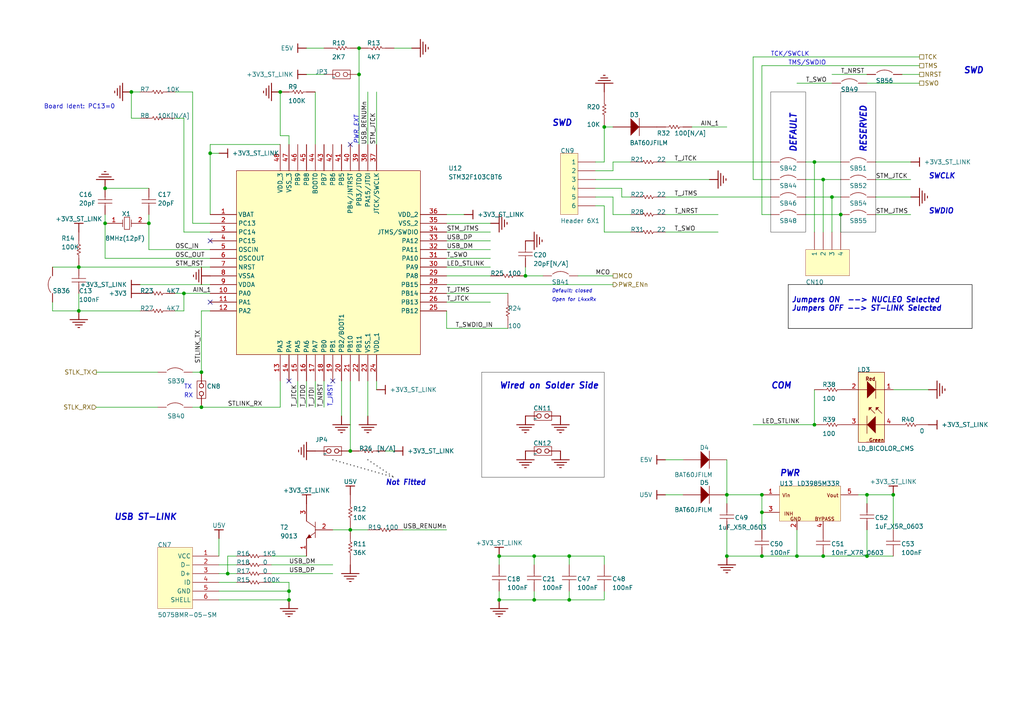
<source format=kicad_sch>
(kicad_sch (version 20250114) (generator "eeschema") (generator_version "9.0")
  (paper "A4")
  (lib_symbols
    (symbol "ST_LINK_V2-1-altium-import:+3V3_BAR" (power)
      (property "Value" "+3V3" (at 0 -3.81 0))
      (symbol "+3V3_BAR_0_0"
        (pin power_in line (at 0 0 0) (length 0) (hide yes) (name "+3V3") (number ""))
      )
    )
    (symbol "ST_LINK_V2-1-altium-import:+3V3_ST_LINK_BAR" (power)
      (property "Value" "+3V3_ST_LINK" (at 0 -3.81 0))
      (symbol "+3V3_ST_LINK_BAR_0_0"
        (pin power_in line (at 0 0 0) (length 0) (hide yes) (name "+3V3_ST_LINK") (number ""))
      )
    )
    (symbol "ST_LINK_V2-1-altium-import:E5V_BAR" (power)
      (property "Value" "E5V" (at 0 -3.81 0))
      (symbol "E5V_BAR_0_0"
        (pin power_in line (at 0 0 0) (length 0) (hide yes) (name "E5V") (number ""))
      )
    )
    (symbol "ST_LINK_V2-1-altium-import:GND_POWER_GROUND" (power)
      (property "Value" "GND" (at 0 -6.35 0))
      (symbol "GND_POWER_GROUND_0_0"
        (pin power_in line (at 0 0 0) (length 0) (hide yes) (name "GND") (number ""))
      )
    )
    (symbol "ST_LINK_V2-1-altium-import:U5V_BAR" (power)
      (property "Value" "U5V" (at 0 -3.81 0))
      (symbol "U5V_BAR_0_0"
        (pin power_in line (at 0 0 0) (length 0) (hide yes) (name "U5V") (number ""))
      )
    )
    (symbol "ST_LINK_V2-1-altium-import:root_0_BAT60JFILM_MCD_TOOLS.SchLib" (pin_numbers (hide yes)) (pin_names (hide yes))
      (symbol "root_0_BAT60JFILM_MCD_TOOLS.SchLib_1_0"
        (pin passive line (at -5.08 -2.54 0) (length 5.08) (name "A") (number "1"))
        (pin passive line (at 7.62 -2.54 180) (length 5.08) (name "K") (number "2"))
      )
    )
    (symbol "ST_LINK_V2-1-altium-import:root_0_Circuit Breaker_MB915.SCHLIB" (pin_numbers (hide yes)) (pin_names (hide yes))
      (symbol "root_0_Circuit Breaker_MB915.SCHLIB_1_0"
        (pin passive line (at -2.54 -2.54 0) (length 2.54) (name "1") (number "1"))
        (pin passive line (at 7.62 -2.54 180) (length 2.54) (name "2") (number "2"))
      )
    )
    (symbol "ST_LINK_V2-1-altium-import:root_0_Circuit Breaker_MCD_TOOLS.SCHLIB" (pin_numbers (hide yes)) (pin_names (hide yes))
      (symbol "root_0_Circuit Breaker_MCD_TOOLS.SCHLIB_1_0"
        (pin passive line (at -2.54 -2.54 0) (length 2.54) (name "1") (number "1"))
        (pin passive line (at 7.62 -2.54 180) (length 2.54) (name "2") (number "2"))
      )
    )
    (symbol "ST_LINK_V2-1-altium-import:root_0_JP2_*" (pin_numbers (hide yes)) (pin_names (hide yes))
      (symbol "root_0_JP2_*_1_0"
        (pin passive inverted (at -5.08 0 0) (length 4.572) (name "COMMON") (number "1"))
        (pin passive inverted (at 5.08 0 180) (length 4.572) (name "NO") (number "2"))
      )
    )
    (symbol "ST_LINK_V2-1-altium-import:root_0_LD3985M33R_MCD_TOOLS.SchLib" (pin_names (hide yes))
      (symbol "root_0_LD3985M33R_MCD_TOOLS.SchLib_1_0"
        (text "Vin" (at -6.858 -0.762 0) (effects (font (size 1.016 1.016)) (justify left bottom)))
        (text "INH" (at -6.35 -6.096 0) (effects (font (size 1.016 1.016)) (justify left bottom)))
        (text "GND" (at -4.572 -7.62 0) (effects (font (size 1.016 1.016)) (justify left bottom)))
        (text "BYPASS" (at 2.54 -7.62 0) (effects (font (size 1.016 1.016)) (justify left bottom)))
        (text "Vout" (at 6.096 -0.762 0) (effects (font (size 1.016 1.016)) (justify left bottom)))
        (pin passive line (at -12.7 0 0) (length 5.08) (name "Vin") (number "1"))
        (pin passive line (at -12.7 -5.08 0) (length 5.08) (name "CE") (number "3"))
        (pin passive line (at -2.54 -10.16 90) (length 2.54) (name "GND") (number "2"))
        (pin passive line (at 5.08 -10.16 90) (length 2.54) (name "BYPASS") (number "4"))
        (pin passive line (at 15.24 0 180) (length 5.08) (name "Vout") (number "5"))
      )
    )
    (symbol "ST_LINK_V2-1-altium-import:root_0_Res1_Miscellaneous Devices.IntLib" (pin_numbers (hide yes)) (pin_names (hide yes))
      (symbol "root_0_Res1_Miscellaneous Devices.IntLib_1_0"
        (pin passive line (at -2.54 -2.54 0) (length 2.54) (name "1") (number "1"))
        (pin passive line (at 7.62 -2.54 180) (length 2.54) (name "2") (number "2"))
      )
    )
    (symbol "ST_LINK_V2-1-altium-import:root_0_STM32F103CBT6_Nucleo_64.SCHLIB"
      (symbol "root_0_STM32F103CBT6_Nucleo_64.SCHLIB_1_0"
        (pin power_in line (at -7.62 -12.7 0) (length 7.62) (name "VBAT") (number "1"))
        (pin bidirectional line (at -7.62 -15.24 0) (length 7.62) (name "PC13") (number "2"))
        (pin bidirectional line (at -7.62 -17.78 0) (length 7.62) (name "PC14") (number "3"))
        (pin bidirectional line (at -7.62 -20.32 0) (length 7.62) (name "PC15") (number "4"))
        (pin input line (at -7.62 -22.86 0) (length 7.62) (name "OSCIN") (number "5"))
        (pin output line (at -7.62 -25.4 0) (length 7.62) (name "OSCOUT") (number "6"))
        (pin input line (at -7.62 -27.94 0) (length 7.62) (name "NRST") (number "7"))
        (pin power_in line (at -7.62 -30.48 0) (length 7.62) (name "VSSA") (number "8"))
        (pin power_in line (at -7.62 -33.02 0) (length 7.62) (name "VDDA") (number "9"))
        (pin bidirectional line (at -7.62 -35.56 0) (length 7.62) (name "PA0") (number "10"))
        (pin bidirectional line (at -7.62 -38.1 0) (length 7.62) (name "PA1") (number "11"))
        (pin bidirectional line (at -7.62 -40.64 0) (length 7.62) (name "PA2") (number "12"))
        (pin power_in line (at 12.7 7.62 270) (length 7.62) (name "VDD_3") (number "48"))
        (pin bidirectional line (at 12.7 -60.96 90) (length 7.62) (name "PA3") (number "13"))
        (pin power_in line (at 15.24 7.62 270) (length 7.62) (name "VSS_3") (number "47"))
        (pin bidirectional line (at 15.24 -60.96 90) (length 7.62) (name "PA4") (number "14"))
        (pin bidirectional line (at 17.78 7.62 270) (length 7.62) (name "PB9") (number "46"))
        (pin bidirectional line (at 17.78 -60.96 90) (length 7.62) (name "PA5") (number "15"))
        (pin bidirectional line (at 20.32 7.62 270) (length 7.62) (name "PB8") (number "45"))
        (pin bidirectional line (at 20.32 -60.96 90) (length 7.62) (name "PA6") (number "16"))
        (pin bidirectional line (at 22.86 7.62 270) (length 7.62) (name "BOOT0") (number "44"))
        (pin bidirectional line (at 22.86 -60.96 90) (length 7.62) (name "PA7") (number "17"))
        (pin bidirectional line (at 25.4 7.62 270) (length 7.62) (name "PB7") (number "43"))
        (pin bidirectional line (at 25.4 -60.96 90) (length 7.62) (name "PB0") (number "18"))
        (pin bidirectional line (at 27.94 7.62 270) (length 7.62) (name "PB6") (number "42"))
        (pin input line (at 27.94 -60.96 90) (length 7.62) (name "PB1") (number "19"))
        (pin bidirectional line (at 30.48 7.62 270) (length 7.62) (name "PB5") (number "41"))
        (pin bidirectional line (at 30.48 -60.96 90) (length 7.62) (name "PB2/BOOT1") (number "20"))
        (pin bidirectional line (at 33.02 7.62 270) (length 7.62) (name "PB4/JNTRST") (number "40"))
        (pin bidirectional line (at 33.02 -60.96 90) (length 7.62) (name "PB10") (number "21"))
        (pin bidirectional line (at 35.56 7.62 270) (length 7.62) (name "PB3/JTDO") (number "39"))
        (pin bidirectional line (at 35.56 -60.96 90) (length 7.62) (name "PB11") (number "22"))
        (pin bidirectional line (at 38.1 7.62 270) (length 7.62) (name "PA15/JTDI") (number "38"))
        (pin power_in line (at 38.1 -60.96 90) (length 7.62) (name "VSS_1") (number "23"))
        (pin bidirectional line (at 40.64 7.62 270) (length 7.62) (name "JTCK/SWCLK") (number "37"))
        (pin power_in line (at 40.64 -60.96 90) (length 7.62) (name "VDD_1") (number "24"))
        (pin power_in line (at 60.96 -12.7 180) (length 7.62) (name "VDD_2") (number "36"))
        (pin power_in line (at 60.96 -15.24 180) (length 7.62) (name "VSS_2") (number "35"))
        (pin bidirectional line (at 60.96 -17.78 180) (length 7.62) (name "JTMS/SWDIO") (number "34"))
        (pin bidirectional line (at 60.96 -20.32 180) (length 7.62) (name "PA12") (number "33"))
        (pin bidirectional line (at 60.96 -22.86 180) (length 7.62) (name "PA11") (number "32"))
        (pin bidirectional line (at 60.96 -25.4 180) (length 7.62) (name "PA10") (number "31"))
        (pin bidirectional line (at 60.96 -27.94 180) (length 7.62) (name "PA9") (number "30"))
        (pin bidirectional line (at 60.96 -30.48 180) (length 7.62) (name "PA8") (number "29"))
        (pin bidirectional line (at 60.96 -33.02 180) (length 7.62) (name "PB15") (number "28"))
        (pin bidirectional line (at 60.96 -35.56 180) (length 7.62) (name "PB14") (number "27"))
        (pin bidirectional line (at 60.96 -38.1 180) (length 7.62) (name "PB13") (number "26"))
        (pin bidirectional line (at 60.96 -40.64 180) (length 7.62) (name "PB12") (number "25"))
      )
    )
    (symbol "ST_LINK_V2-1-altium-import:root_0_USB-MINI-typeB connector_MCD_TOOLS.SchLib_0"
      (symbol "root_0_USB-MINI-typeB connector_MCD_TOOLS.SchLib_0_1_0"
        (pin power_in line (at 17.78 -2.54 180) (length 7.62) (name "VCC") (number "1"))
        (pin bidirectional line (at 17.78 -5.08 180) (length 7.62) (name "D-") (number "2"))
        (pin bidirectional line (at 17.78 -7.62 180) (length 7.62) (name "D+") (number "3"))
        (pin input line (at 17.78 -10.16 180) (length 7.62) (name "ID") (number "4"))
        (pin power_in line (at 17.78 -12.7 180) (length 7.62) (name "GND") (number "5"))
        (pin power_in line (at 17.78 -15.24 180) (length 7.62) (name "SHELL") (number "6"))
      )
    )
    (symbol "ST_LINK_V2-1-altium-import:root_0_XTAL_MB963_1.SCHLIB_0" (pin_names (hide yes))
      (symbol "root_0_XTAL_MB963_1.SCHLIB_0_1_0"
        (pin passive line (at -5.08 -2.54 0) (length 5.08) (name "OSC1") (number "1"))
        (pin passive line (at 7.62 -2.54 180) (length 5.08) (name "OSC2") (number "2"))
      )
    )
    (symbol "ST_LINK_V2-1-altium-import:root_0_mirrored_Header 6X1_Nucleo_64.SCHLIB" (pin_numbers (hide yes))
      (symbol "root_0_mirrored_Header 6X1_Nucleo_64.SCHLIB_1_0"
        (pin passive line (at 5.08 -2.54 180) (length 5.08) (name "1") (number "1"))
        (pin passive line (at 5.08 -5.08 180) (length 5.08) (name "2") (number "2"))
        (pin passive line (at 5.08 -7.62 180) (length 5.08) (name "3") (number "3"))
        (pin passive line (at 5.08 -10.16 180) (length 5.08) (name "4") (number "4"))
        (pin passive line (at 5.08 -12.7 180) (length 5.08) (name "5") (number "5"))
        (pin passive line (at 5.08 -15.24 180) (length 5.08) (name "6") (number "6"))
      )
    )
    (symbol "ST_LINK_V2-1-altium-import:root_0_mirrored_LD_BICOLOR_CMS_MB1136.SCHLIB" (pin_names (hide yes))
      (symbol "root_0_mirrored_LD_BICOLOR_CMS_MB1136.SCHLIB_1_0"
        (text "Red" (at -2.54 5.08 0) (effects (font (size 1.016 1.016) (thickness 0.2032) (bold yes)) (justify right bottom)))
        (text "_Green" (at 0 -12.7 0) (effects (font (size 1.016 1.016) (thickness 0.2032) (bold yes)) (justify right bottom)))
        (pin passive line (at -10.16 2.54 0) (length 2.54) (name "2") (number "2"))
        (pin passive line (at -10.16 -7.62 0) (length 2.54) (name "3") (number "3"))
        (pin passive line (at 2.54 2.54 180) (length 2.54) (name "1") (number "1"))
        (pin passive line (at 2.54 -7.62 180) (length 2.54) (name "4") (number "4"))
      )
    )
    (symbol "ST_LINK_V2-1-altium-import:root_0_mirrored_NPN_Miscellaneous Devices.IntLib" (pin_names (hide yes))
      (symbol "root_0_mirrored_NPN_Miscellaneous Devices.IntLib_1_0"
        (pin passive line (at -2.54 5.08 270) (length 5.08) (name "C") (number "3"))
        (pin passive line (at -2.54 -10.16 90) (length 5.08) (name "E") (number "1"))
        (pin passive line (at 5.08 -2.54 180) (length 5.08) (name "B") (number "2"))
      )
    )
    (symbol "ST_LINK_V2-1-altium-import:root_0_mirrored_Res1_Miscellaneous Devices.IntLib_0" (pin_numbers (hide yes)) (pin_names (hide yes))
      (symbol "root_0_mirrored_Res1_Miscellaneous Devices.IntLib_0_1_0"
        (pin passive line (at -2.54 2.54 0) (length 2.54) (name "1") (number "1"))
        (pin passive line (at 7.62 2.54 180) (length 2.54) (name "2") (number "2"))
      )
    )
    (symbol "ST_LINK_V2-1-altium-import:root_1_CAP SMD 0603  X5R 1µF 25V 10%_MB963_1.SCHLIB" (pin_numbers (hide yes)) (pin_names (hide yes))
      (symbol "root_1_CAP SMD 0603  X5R 1µF 25V 10%_MB963_1.SCHLIB_1_0"
        (pin passive line (at 0 7.62 270) (length 2.54) (name "2") (number "2"))
        (pin passive line (at 0 0 90) (length 2.54) (name "1") (number "1"))
      )
    )
    (symbol "ST_LINK_V2-1-altium-import:root_1_CAP SMD 0603  X7R 10000PF 50V 10%_MB963_1.SCHLIB" (pin_numbers (hide yes)) (pin_names (hide yes))
      (symbol "root_1_CAP SMD 0603  X7R 10000PF 50V 10%_MB963_1.SCHLIB_1_0"
        (pin passive line (at 0 7.62 270) (length 2.54) (name "2") (number "2"))
        (pin passive line (at 0 0 90) (length 2.54) (name "1") (number "1"))
      )
    )
    (symbol "ST_LINK_V2-1-altium-import:root_1_Capacitor_ST_MCD_TOOLS.SchLib" (pin_numbers (hide yes)) (pin_names (hide yes))
      (symbol "root_1_Capacitor_ST_MCD_TOOLS.SchLib_1_0"
        (pin passive line (at 2.54 5.08 270) (length 2.54) (name "2") (number "2"))
        (pin passive line (at 2.54 -2.54 90) (length 2.54) (name "1") (number "1"))
      )
    )
    (symbol "ST_LINK_V2-1-altium-import:root_1_Circuit Breaker_MB915.SCHLIB" (pin_numbers (hide yes)) (pin_names (hide yes))
      (symbol "root_1_Circuit Breaker_MB915.SCHLIB_1_0"
        (pin passive line (at 2.54 7.62 270) (length 2.54) (name "2") (number "2"))
        (pin passive line (at 2.54 -2.54 90) (length 2.54) (name "1") (number "1"))
      )
    )
    (symbol "ST_LINK_V2-1-altium-import:root_1_JP2_MCD_TOOLS.SchLib" (pin_numbers (hide yes)) (pin_names (hide yes))
      (symbol "root_1_JP2_MCD_TOOLS.SchLib_1_0"
        (pin passive inverted (at 0 5.08 270) (length 4.572) (name "NO") (number "2"))
        (pin passive inverted (at 0 -5.08 90) (length 4.572) (name "COMMON") (number "1"))
      )
    )
    (symbol "ST_LINK_V2-1-altium-import:root_1_Res1_Miscellaneous Devices.IntLib" (pin_numbers (hide yes)) (pin_names (hide yes))
      (symbol "root_1_Res1_Miscellaneous Devices.IntLib_1_0"
        (pin passive line (at 2.54 7.62 270) (length 2.54) (name "2") (number "2"))
        (pin passive line (at 2.54 -2.54 90) (length 2.54) (name "1") (number "1"))
      )
    )
    (symbol "ST_LINK_V2-1-altium-import:root_1_Res1_Miscellaneous Devices.IntLib_0" (pin_numbers (hide yes)) (pin_names (hide yes))
      (symbol "root_1_Res1_Miscellaneous Devices.IntLib_0_1_0"
        (pin passive line (at 2.54 7.62 270) (length 2.54) (name "2") (number "2"))
        (pin passive line (at 2.54 -2.54 90) (length 2.54) (name "1") (number "1"))
      )
    )
    (symbol "ST_LINK_V2-1-altium-import:root_2_Res1_Miscellaneous Devices.IntLib_0" (pin_numbers (hide yes)) (pin_names (hide yes))
      (symbol "root_2_Res1_Miscellaneous Devices.IntLib_0_1_0"
        (pin passive line (at -7.62 2.54 0) (length 2.54) (name "2") (number "2"))
        (pin passive line (at 2.54 2.54 180) (length 2.54) (name "1") (number "1"))
      )
    )
    (symbol "ST_LINK_V2-1-altium-import:root_3_CAP SMD 0603  X5R 1µF 25V 10%_MB963_1.SCHLIB" (pin_numbers (hide yes)) (pin_names (hide yes))
      (symbol "root_3_CAP SMD 0603  X5R 1µF 25V 10%_MB963_1.SCHLIB_1_0"
        (pin passive line (at 0 0 270) (length 2.54) (name "1") (number "1"))
        (pin passive line (at 0 -7.62 90) (length 2.54) (name "2") (number "2"))
      )
    )
    (symbol "ST_LINK_V2-1-altium-import:root_3_mirrored_Header 4_Nucleo_64.SCHLIB" (pin_numbers (hide yes))
      (symbol "root_3_mirrored_Header 4_Nucleo_64.SCHLIB_1_0"
        (pin passive line (at 2.54 5.08 270) (length 5.08) (name "1") (number "1"))
        (pin passive line (at 5.08 5.08 270) (length 5.08) (name "2") (number "2"))
        (pin passive line (at 7.62 5.08 270) (length 5.08) (name "3") (number "3"))
        (pin passive line (at 10.16 5.08 270) (length 5.08) (name "4") (number "4"))
      )
    )
  )
  (rectangle (start 254 26.67) (end 243.84 67.31) (stroke (width 0.0254) (color 0 0 0 1)))
  (rectangle (start 175.26 107.95) (end 139.7 138.43) (stroke (width 0.0254) (color 0 0 0 1)))
  (rectangle (start 233.68 26.67) (end 223.52 67.31) (stroke (width 0.0254) (color 0 0 0 1)))
  (text "PWR_EXT" (at 104.14 41.91 90) (effects (font (size 1.27 1.27) (italic yes)) (justify left bottom)))
  (text "RX" (at 53.34 115.57 0) (effects (font (size 1.27 1.27)) (justify left bottom)))
  (text "SWD" (at 160.02 36.83 0) (effects (font (size 1.778 1.778) (thickness 0.3556) (bold yes) (italic yes)) (justify left bottom)))
  (text "TX" (at 53.34 113.03 0) (effects (font (size 1.27 1.27)) (justify left bottom)))
  (text "SWDIO" (at 269.24 62.23 0) (effects (font (size 1.524 1.524) (thickness 0.3048) (bold yes) (italic yes)) (justify left bottom)))
  (text "Default: closed" (at 160.02 85.09 0) (effects (font (size 1.016 1.016) (italic yes)) (justify left bottom)))
  (text "" (at 137.16 62.23 0) (effects (font (size 1.27 1.27) (italic yes)) (justify left bottom)))
  (text "COM" (at 223.52 113.03 0) (effects (font (size 1.778 1.778) (thickness 0.3556) (bold yes) (italic yes)) (justify left bottom)))
  (text "Not Fitted" (at 111.76 140.97 0) (effects (font (size 1.524 1.524) (thickness 0.3048) (bold yes) (italic yes)) (justify left bottom)))
  (text "Wired on Solder Side" (at 144.78 113.03 0) (effects (font (size 1.778 1.778) (thickness 0.3556) (bold yes) (italic yes)) (justify left bottom)))
  (text "USB ST-LINK" (at 33.02 151.13 0) (effects (font (size 1.778 1.778) (thickness 0.3556) (bold yes) (italic yes)) (justify left bottom)))
  (text "T_JRST" (at 96.52 118.11 90) (effects (font (size 1.27 1.27)) (justify left bottom)))
  (text "Board Ident: PC13=0" (at 12.7 31.75 0) (effects (font (size 1.27 1.27)) (justify left bottom)))
  (text "PWR" (at 226.06 138.43 0) (effects (font (size 1.778 1.778) (thickness 0.3556) (bold yes) (italic yes)) (justify left bottom)))
  (text "Open for L4xxRx" (at 160.02 87.63 0) (effects (font (size 1.016 1.016) (italic yes)) (justify left bottom)))
  (text "SWCLK" (at 269.24 52.07 0) (effects (font (size 1.524 1.524) (thickness 0.3048) (bold yes) (italic yes)) (justify left bottom)))
  (text "SWD" (at 279.4 21.59 0) (effects (font (size 1.778 1.778) (thickness 0.3556) (bold yes) (italic yes)) (justify left bottom)))
  (text "TCK/SWCLK" (at 223.52 16.51 0) (effects (font (size 1.27 1.27)) (justify left bottom)))
  (text "TMS/SWDIO" (at 228.6 19.05 0) (effects (font (size 1.27 1.27)) (justify left bottom)))
  (text "DEFAULT" (at 231.14 44.45 90) (effects (font (size 1.778 1.778) (thickness 0.3556) (bold yes) (italic yes)) (justify left bottom)))
  (text "RESERVED" (at 251.46 44.45 90) (effects (font (size 1.778 1.778) (thickness 0.3556) (bold yes) (italic yes)) (justify left bottom)))
  (text_box "\nJumpers ON  --> NUCLEO Selected\nJumpers OFF --> ST-LINK Selected" (at 281.94 82.55 0) (size -53.34 12.7) (margins 0.9525 0.9525 0.9525 0.9525) (stroke (width 0) (color 0 0 0 1)) (fill (type color) (color 255 255 255 1)) (effects (font (size 1.524 1.524) (thickness 0.3048) (bold yes) (italic yes)) (justify left top)))
  (junction (at 30.48 64.77))
  (junction (at 243.84 62.23))
  (junction (at 220.98 148.59))
  (junction (at 83.82 171.45))
  (junction (at 220.98 161.29))
  (junction (at 101.6 153.67))
  (junction (at 60.96 44.45))
  (junction (at 43.18 64.77))
  (junction (at 152.4 80.01))
  (junction (at 58.42 107.95))
  (junction (at 81.28 26.67))
  (junction (at 251.46 143.51))
  (junction (at 101.6 130.81))
  (junction (at 83.82 173.99))
  (junction (at 220.98 143.51))
  (junction (at 53.34 85.09))
  (junction (at 241.3 57.15))
  (junction (at 104.14 13.97))
  (junction (at 175.26 36.83))
  (junction (at 259.08 143.51))
  (junction (at 144.78 161.29))
  (junction (at 236.22 123.19))
  (junction (at 251.46 161.29))
  (junction (at 154.94 161.29))
  (junction (at 22.86 77.47))
  (junction (at 38.1 26.67))
  (junction (at 66.04 166.37))
  (junction (at 238.76 52.07))
  (junction (at 236.22 46.99))
  (junction (at 165.1 161.29))
  (junction (at 231.14 161.29))
  (junction (at 30.48 54.61))
  (junction (at 144.78 173.99))
  (junction (at 165.1 173.99))
  (junction (at 58.42 118.11))
  (junction (at 238.76 161.29))
  (junction (at 210.82 161.29))
  (junction (at 22.86 90.17))
  (junction (at 104.14 21.59))
  (junction (at 210.82 143.51))
  (junction (at 154.94 173.99))
  (no_connect (at 101.6 41.91))
  (no_connect (at 83.82 110.49))
  (no_connect (at 60.96 69.85))
  (no_connect (at 60.96 87.63))
  (no_connect (at 96.52 110.49))
  (wire (pts (xy 259.08 161.29) (xy 251.46 161.29)))
  (polyline (pts (xy 106.68 133.35) (xy 114.3 138.43)) (stroke (width 0.254) (type dot) (color 0 0 0 1)))
  (wire (pts (xy 165.1 161.29) (xy 175.26 161.29)))
  (wire (pts (xy 177.8 49.53) (xy 172.72 49.53)))
  (wire (pts (xy 254 46.99) (xy 264.16 46.99)))
  (wire (pts (xy 238.76 52.07) (xy 238.76 67.31)))
  (wire (pts (xy 81.28 118.11) (xy 81.28 110.49)))
  (polyline (pts (xy 96.52 133.35) (xy 114.3 138.43)) (stroke (width 0.254) (type dot) (color 0 0 0 1)))
  (wire (pts (xy 114.3 130.81) (xy 111.76 130.81)))
  (wire (pts (xy 55.88 107.95) (xy 58.42 107.95)))
  (wire (pts (xy 223.52 62.23) (xy 220.98 62.23)))
  (wire (pts (xy 66.04 166.37) (xy 68.58 166.37)))
  (wire (pts (xy 251.46 143.51) (xy 248.92 143.51)))
  (wire (pts (xy 144.78 161.29) (xy 154.94 161.29)))
  (wire (pts (xy 93.98 110.49) (xy 93.98 118.11)))
  (wire (pts (xy 210.82 161.29) (xy 210.82 153.67)))
  (wire (pts (xy 129.54 80.01) (xy 142.24 80.01)))
  (wire (pts (xy 60.96 64.77) (xy 55.88 64.77)))
  (wire (pts (xy 43.18 54.61) (xy 30.48 54.61)))
  (wire (pts (xy 218.44 52.07) (xy 218.44 16.51)))
  (wire (pts (xy 129.54 82.55) (xy 177.8 82.55)))
  (wire (pts (xy 241.3 57.15) (xy 243.84 57.15)))
  (wire (pts (xy 238.76 161.29) (xy 231.14 161.29)))
  (wire (pts (xy 129.54 87.63) (xy 142.24 87.63)))
  (wire (pts (xy 182.88 46.99) (xy 177.8 46.99)))
  (wire (pts (xy 63.5 163.83) (xy 68.58 163.83)))
  (wire (pts (xy 231.14 24.13) (xy 241.3 24.13)))
  (wire (pts (xy 198.12 143.51) (xy 193.04 143.51)))
  (wire (pts (xy 78.74 166.37) (xy 96.52 166.37)))
  (wire (pts (xy 86.36 110.49) (xy 86.36 118.11)))
  (wire (pts (xy 106.68 153.67) (xy 101.6 153.67)))
  (wire (pts (xy 66.04 166.37) (xy 66.04 161.29)))
  (wire (pts (xy 220.98 153.67) (xy 220.98 148.59)))
  (wire (pts (xy 91.44 110.49) (xy 91.44 118.11)))
  (wire (pts (xy 261.62 21.59) (xy 266.7 21.59)))
  (wire (pts (xy 53.34 67.31) (xy 53.34 34.29)))
  (wire (pts (xy 78.74 163.83) (xy 96.52 163.83)))
  (wire (pts (xy 167.64 80.01) (xy 177.8 80.01)))
  (wire (pts (xy 83.82 41.91) (xy 83.82 39.37)))
  (wire (pts (xy 269.24 113.03) (xy 259.08 113.03)))
  (wire (pts (xy 129.54 69.85) (xy 142.24 69.85)))
  (wire (pts (xy 60.96 41.91) (xy 60.96 44.45)))
  (wire (pts (xy 81.28 41.91) (xy 60.96 41.91)))
  (wire (pts (xy 165.1 161.29) (xy 165.1 163.83)))
  (wire (pts (xy 238.76 52.07) (xy 243.84 52.07)))
  (wire (pts (xy 144.78 163.83) (xy 144.78 161.29)))
  (wire (pts (xy 175.26 161.29) (xy 175.26 163.83)))
  (wire (pts (xy 81.28 39.37) (xy 81.28 26.67)))
  (wire (pts (xy 175.26 36.83) (xy 175.26 46.99)))
  (wire (pts (xy 99.06 110.49) (xy 99.06 120.65)))
  (wire (pts (xy 154.94 161.29) (xy 154.94 163.83)))
  (wire (pts (xy 129.54 72.39) (xy 142.24 72.39)))
  (wire (pts (xy 60.96 72.39) (xy 43.18 72.39)))
  (wire (pts (xy 53.34 85.09) (xy 50.8 85.09)))
  (wire (pts (xy 259.08 143.51) (xy 251.46 143.51)))
  (wire (pts (xy 60.96 82.55) (xy 40.64 82.55)))
  (wire (pts (xy 223.52 52.07) (xy 218.44 52.07)))
  (wire (pts (xy 55.88 64.77) (xy 55.88 26.67)))
  (wire (pts (xy 154.94 161.29) (xy 165.1 161.29)))
  (wire (pts (xy 60.96 74.93) (xy 30.48 74.93)))
  (wire (pts (xy 154.94 171.45) (xy 154.94 173.99)))
  (wire (pts (xy 55.88 26.67) (xy 50.8 26.67)))
  (wire (pts (xy 55.88 118.11) (xy 58.42 118.11)))
  (wire (pts (xy 154.94 173.99) (xy 144.78 173.99)))
  (wire (pts (xy 40.64 26.67) (xy 38.1 26.67)))
  (wire (pts (xy 93.98 21.59) (xy 88.9 21.59)))
  (wire (pts (xy 177.8 62.23) (xy 177.8 57.15)))
  (wire (pts (xy 60.96 77.47) (xy 22.86 77.47)))
  (wire (pts (xy 254 62.23) (xy 264.16 62.23)))
  (wire (pts (xy 236.22 113.03) (xy 236.22 123.19)))
  (wire (pts (xy 91.44 41.91) (xy 91.44 26.67)))
  (wire (pts (xy 251.46 143.51) (xy 251.46 146.05)))
  (wire (pts (xy 15.24 90.17) (xy 15.24 87.63)))
  (wire (pts (xy 152.4 77.47) (xy 152.4 80.01)))
  (wire (pts (xy 88.9 110.49) (xy 88.9 118.11)))
  (wire (pts (xy 251.46 153.67) (xy 251.46 161.29)))
  (wire (pts (xy 231.14 153.67) (xy 231.14 161.29)))
  (wire (pts (xy 60.96 44.45) (xy 60.96 62.23)))
  (wire (pts (xy 58.42 118.11) (xy 81.28 118.11)))
  (wire (pts (xy 172.72 52.07) (xy 205.74 52.07)))
  (wire (pts (xy 251.46 161.29) (xy 238.76 161.29)))
  (wire (pts (xy 208.28 67.31) (xy 193.04 67.31)))
  (wire (pts (xy 63.5 171.45) (xy 83.82 171.45)))
  (wire (pts (xy 129.54 85.09) (xy 147.32 85.09)))
  (wire (pts (xy 63.5 173.99) (xy 83.82 173.99)))
  (wire (pts (xy 83.82 39.37) (xy 81.28 39.37)))
  (wire (pts (xy 114.3 13.97) (xy 119.38 13.97)))
  (wire (pts (xy 38.1 26.67) (xy 38.1 34.29)))
  (wire (pts (xy 78.74 161.29) (xy 88.9 161.29)))
  (wire (pts (xy 165.1 171.45) (xy 165.1 173.99)))
  (wire (pts (xy 88.9 13.97) (xy 93.98 13.97)))
  (wire (pts (xy 106.68 110.49) (xy 106.68 120.65)))
  (wire (pts (xy 177.8 36.83) (xy 175.26 36.83)))
  (wire (pts (xy 236.22 46.99) (xy 233.68 46.99)))
  (wire (pts (xy 116.84 153.67) (xy 129.54 153.67)))
  (wire (pts (xy 101.6 110.49) (xy 101.6 130.81)))
  (wire (pts (xy 63.5 44.45) (xy 60.96 44.45)))
  (wire (pts (xy 58.42 107.95) (xy 58.42 90.17)))
  (wire (pts (xy 220.98 148.59) (xy 220.98 143.51)))
  (wire (pts (xy 177.8 46.99) (xy 177.8 49.53)))
  (wire (pts (xy 251.46 24.13) (xy 266.7 24.13)))
  (wire (pts (xy 198.12 133.35) (xy 193.04 133.35)))
  (wire (pts (xy 129.54 67.31) (xy 142.24 67.31)))
  (wire (pts (xy 142.24 64.77) (xy 129.54 64.77)))
  (wire (pts (xy 53.34 85.09) (xy 60.96 85.09)))
  (wire (pts (xy 236.22 67.31) (xy 236.22 46.99)))
  (wire (pts (xy 144.78 173.99) (xy 144.78 171.45)))
  (wire (pts (xy 129.54 77.47) (xy 142.24 77.47)))
  (wire (pts (xy 220.98 143.51) (xy 210.82 143.51)))
  (wire (pts (xy 142.24 74.93) (xy 129.54 74.93)))
  (wire (pts (xy 182.88 62.23) (xy 177.8 62.23)))
  (wire (pts (xy 22.86 90.17) (xy 40.64 90.17)))
  (wire (pts (xy 60.96 67.31) (xy 53.34 67.31)))
  (wire (pts (xy 243.84 67.31) (xy 243.84 62.23)))
  (wire (pts (xy 43.18 64.77) (xy 43.18 62.23)))
  (wire (pts (xy 43.18 72.39) (xy 43.18 64.77)))
  (wire (pts (xy 220.98 62.23) (xy 220.98 19.05)))
  (wire (pts (xy 22.86 90.17) (xy 15.24 90.17)))
  (wire (pts (xy 66.04 161.29) (xy 68.58 161.29)))
  (wire (pts (xy 241.3 21.59) (xy 251.46 21.59)))
  (wire (pts (xy 254 57.15) (xy 264.16 57.15)))
  (wire (pts (xy 175.26 171.45) (xy 175.26 173.99)))
  (wire (pts (xy 254 52.07) (xy 264.16 52.07)))
  (wire (pts (xy 45.72 118.11) (xy 27.94 118.11)))
  (wire (pts (xy 38.1 34.29) (xy 40.64 34.29)))
  (wire (pts (xy 231.14 161.29) (xy 220.98 161.29)))
  (wire (pts (xy 218.44 16.51) (xy 266.7 16.51)))
  (wire (pts (xy 101.6 153.67) (xy 96.52 153.67)))
  (wire (pts (xy 129.54 95.25) (xy 147.32 95.25)))
  (wire (pts (xy 104.14 41.91) (xy 104.14 21.59)))
  (wire (pts (xy 50.8 90.17) (xy 53.34 90.17)))
  (wire (pts (xy 83.82 168.91) (xy 78.74 168.91)))
  (wire (pts (xy 243.84 62.23) (xy 233.68 62.23)))
  (wire (pts (xy 22.86 85.09) (xy 22.86 90.17)))
  (wire (pts (xy 152.4 80.01) (xy 157.48 80.01)))
  (wire (pts (xy 182.88 67.31) (xy 175.26 67.31)))
  (wire (pts (xy 236.22 46.99) (xy 243.84 46.99)))
  (wire (pts (xy 175.26 173.99) (xy 165.1 173.99)))
  (wire (pts (xy 83.82 173.99) (xy 83.82 171.45)))
  (wire (pts (xy 177.8 57.15) (xy 172.72 57.15)))
  (wire (pts (xy 109.22 110.49) (xy 109.22 113.03)))
  (wire (pts (xy 63.5 168.91) (xy 68.58 168.91)))
  (wire (pts (xy 172.72 54.61) (xy 180.34 54.61)))
  (wire (pts (xy 193.04 62.23) (xy 208.28 62.23)))
  (wire (pts (xy 180.34 57.15) (xy 182.88 57.15)))
  (wire (pts (xy 175.26 46.99) (xy 172.72 46.99)))
  (wire (pts (xy 259.08 153.67) (xy 259.08 143.51)))
  (wire (pts (xy 165.1 173.99) (xy 154.94 173.99)))
  (wire (pts (xy 210.82 143.51) (xy 210.82 146.05)))
  (wire (pts (xy 220.98 19.05) (xy 266.7 19.05)))
  (wire (pts (xy 175.26 59.69) (xy 172.72 59.69)))
  (wire (pts (xy 241.3 57.15) (xy 241.3 67.31)))
  (wire (pts (xy 30.48 74.93) (xy 30.48 64.77)))
  (wire (pts (xy 223.52 57.15) (xy 193.04 57.15)))
  (wire (pts (xy 104.14 21.59) (xy 104.14 13.97)))
  (wire (pts (xy 53.34 34.29) (xy 50.8 34.29)))
  (wire (pts (xy 63.5 161.29) (xy 63.5 156.21)))
  (wire (pts (xy 83.82 171.45) (xy 83.82 168.91)))
  (wire (pts (xy 180.34 54.61) (xy 180.34 57.15)))
  (wire (pts (xy 109.22 41.91) (xy 109.22 26.67)))
  (wire (pts (xy 129.54 90.17) (xy 129.54 95.25)))
  (wire (pts (xy 45.72 107.95) (xy 27.94 107.95)))
  (wire (pts (xy 220.98 161.29) (xy 210.82 161.29)))
  (wire (pts (xy 223.52 46.99) (xy 193.04 46.99)))
  (wire (pts (xy 106.68 41.91) (xy 106.68 26.67)))
  (wire (pts (xy 22.86 77.47) (xy 15.24 77.47)))
  (wire (pts (xy 63.5 166.37) (xy 66.04 166.37)))
  (wire (pts (xy 53.34 90.17) (xy 53.34 85.09)))
  (wire (pts (xy 129.54 62.23) (xy 134.62 62.23)))
  (wire (pts (xy 233.68 52.07) (xy 238.76 52.07)))
  (wire (pts (xy 210.82 133.35) (xy 210.82 143.51)))
  (wire (pts (xy 175.26 67.31) (xy 175.26 59.69)))
  (wire (pts (xy 58.42 90.17) (xy 60.96 90.17)))
  (wire (pts (xy 236.22 123.19) (xy 218.44 123.19)))
  (wire (pts (xy 210.82 36.83) (xy 200.66 36.83)))
  (wire (pts (xy 233.68 57.15) (xy 241.3 57.15)))
  (wire (pts (xy 30.48 64.77) (xy 30.48 62.23)))
  (label "LED_STLINK" (at 129.54 77.47 0))
  (label "AIN_1" (at 55.88 85.09 0))
  (label "USB_DP" (at 129.54 69.85 0))
  (label "STM_JTMS" (at 254 62.23 0))
  (label "T_NRST" (at 93.98 118.11 90))
  (label "T_SWO" (at 233.68 24.13 0))
  (label "OSC_OUT" (at 50.8 74.93 0))
  (label "USB_DM" (at 83.82 163.83 0))
  (label "T_JTCK" (at 129.54 87.63 0))
  (label "STM_RST" (at 50.8 77.47 0))
  (label "T_SWO" (at 129.54 74.93 0))
  (label "STLINK_RX" (at 66.04 118.11 0))
  (label "USB_RENUMn" (at 106.68 41.91 90))
  (label "USB_DM" (at 129.54 72.39 0))
  (label "T_JTDI" (at 91.44 118.11 90))
  (label "STM_JTMS" (at 129.54 67.31 0))
  (label "MCO" (at 172.72 80.01 0))
  (label "STM_JTCK" (at 109.22 41.91 90))
  (label "STM_JTCK" (at 254 52.07 0))
  (label "T_JTMS" (at 129.54 85.09 0))
  (label "T_NRST" (at 195.58 62.23 0))
  (label "USB_RENUMn" (at 116.84 153.67 0))
  (label "LED_STLINK" (at 220.98 123.19 0))
  (label "T_JTCK" (at 86.36 118.11 90))
  (label "T_NRST" (at 243.84 21.59 0))
  (label "AIN_1" (at 203.2 36.83 0))
  (label "T_JTMS" (at 195.58 57.15 0))
  (label "OSC_IN" (at 50.8 72.39 0))
  (label "T_SWDIO_IN" (at 132.08 95.25 0))
  (label "T_SWO" (at 195.58 67.31 0))
  (label "USB_DP" (at 83.82 166.37 0))
  (label "T_JTDO" (at 88.9 118.11 90))
  (label "STLINK_TX" (at 58.42 105.41 90))
  (label "T_JTCK" (at 195.58 46.99 0))
  (hierarchical_label "NRST" (shape passive) (at 266.7 21.59 0))
  (hierarchical_label "PWR_ENn" (shape output) (at 177.8 82.55 0))
  (hierarchical_label "STLK_RX" (shape input) (at 27.94 118.11 180))
  (hierarchical_label "SWO" (shape passive) (at 266.7 24.13 0))
  (hierarchical_label "STLK_TX" (shape output) (at 27.94 107.95 180))
  (hierarchical_label "TCK" (shape passive) (at 266.7 16.51 0))
  (hierarchical_label "MCO" (shape passive) (at 177.8 80.01 0))
  (hierarchical_label "TMS" (shape passive) (at 266.7 19.05 0))
  (symbol (lib_id "ST_LINK_V2-1-altium-import:root_0_mirrored_Res1_Miscellaneous Devices.IntLib_0") (at 96.52 16.51 0) (unit 1)
    (property "Reference" "R10" (at 96.266 13.208 0) (effects (justify left bottom)))
    (property "Value" "2K7" (at 96.266 17.272 0) (effects (justify left bottom)))
    (property "Footprint" "0603R" (effects (hide yes)))
    (property "Description" "Resistor" (effects (hide yes)))
    (property "PUBLISHED" "8-Jun-2000" (effects (hide yes)))
    (property "REVISION" "July-2002: Re-released for DXP Platform." (effects (hide yes)))
    (property "PUBLISHER" "Altium Limited" (effects (hide yes)))
    (property "ALTIUM_VALUE" "1K" (effects (hide yes)))
  )
  (symbol (lib_id "ST_LINK_V2-1-altium-import:GND_POWER_GROUND") (at 60.96 80.01 270) (unit 1)
    (property "Reference" "#PWR0112" (effects (hide yes)))
    (property "Value" "GND" (effects (hide yes)))
  )
  (symbol (lib_id "ST_LINK_V2-1-altium-import:root_1_Capacitor_ST_MCD_TOOLS.SchLib") (at 172.72 168.91 0) (unit 1)
    (property "Reference" "C48" (at 177.546 168.656 0) (effects (justify left bottom)))
    (property "Value" "100nF" (at 177.546 171.196 0) (effects (justify left bottom)))
    (property "Footprint" "0603C" (effects (hide yes)))
    (property "Description" "Capacitor 0402 / 0603 / 0805" (effects (hide yes)))
    (property "REVISION" "July-2002: Re-released for DXP Platform." (effects (hide yes)))
    (property "ALTIUM_VALUE" "100nF" (effects (hide yes)))
  )
  (symbol (lib_id "ST_LINK_V2-1-altium-import:root_0_Res1_Miscellaneous Devices.IntLib") (at 144.78 77.47 0) (unit 1)
    (property "Reference" "R25" (at 142.24 80.01 0) (effects (justify left bottom)))
    (property "Value" "100" (at 147.32 80.01 0) (effects (justify left bottom)))
    (property "Footprint" "0603R" (effects (hide yes)))
    (property "Description" "Resistor 0402 / 0603 / 0805" (effects (hide yes)))
    (property "ALTIUM_VALUE" "10K" (effects (hide yes)))
  )
  (symbol (lib_id "ST_LINK_V2-1-altium-import:GND_POWER_GROUND") (at 38.1 26.67 270) (unit 1)
    (property "Reference" "#PWR0109" (effects (hide yes)))
    (property "Value" "GND" (effects (hide yes)))
  )
  (symbol (lib_id "ST_LINK_V2-1-altium-import:root_3_CAP SMD 0603  X5R 1µF 25V 10%_MB963_1.SCHLIB") (at 251.46 146.05 0) (unit 1)
    (property "Reference" "C52" (at 253.746 150.876 0) (effects (justify left bottom)))
    (property "Value" "1uF_X5R_0603" (at 253.746 153.416 0) (effects (justify left bottom)))
    (property "Footprint" "0603C" (effects (hide yes)))
    (property "Description" "0603  X5R 1µF" (effects (hide yes)))
    (property "MANUFACTURER" "*" (effects (hide yes)))
    (property "MANUFACTURER P/N" "*" (effects (hide yes)))
    (property "ORDER CODE FARNELL" "1288202RL" (effects (hide yes)))
    (property "ALTIUM_VALUE" "1µF" (effects (hide yes)))
    (property "RATED VOLTAGE" "25V" (effects (hide yes)))
    (property "TOLERANCE" "10%" (effects (hide yes)))
    (property "POWER" "*" (effects (hide yes)))
    (property "TECHNOLOGY" "X5R" (effects (hide yes)))
    (property "TEMPERATURE  FACTOR" "*" (effects (hide yes)))
    (property "TEMPERATURE MAX" "+125°C" (effects (hide yes)))
    (property "TEMPERATURE MIN" "-55°C" (effects (hide yes)))
    (property "STS CODE" "*" (effects (hide yes)))
  )
  (symbol (lib_id "ST_LINK_V2-1-altium-import:root_1_Capacitor_ST_MCD_TOOLS.SchLib") (at 40.64 59.69 0) (unit 1)
    (property "Reference" "C17" (at 45.72 57.15 0) (effects (justify left bottom)))
    (property "Value" "20pF" (at 45.72 59.69 0) (effects (justify left bottom)))
    (property "Footprint" "0603C" (effects (hide yes)))
    (property "Description" "Capacitor 0402 / 0603 / 0805" (effects (hide yes)))
    (property "REVISION" "July-2002: Re-released for DXP Platform." (effects (hide yes)))
    (property "ALTIUM_VALUE" "100nF" (effects (hide yes)))
  )
  (symbol (lib_id "ST_LINK_V2-1-altium-import:GND_POWER_GROUND") (at 175.26 26.67 180) (unit 1)
    (property "Reference" "#PWR0137" (effects (hide yes)))
    (property "Value" "GND" (effects (hide yes)))
  )
  (symbol (lib_id "ST_LINK_V2-1-altium-import:GND_POWER_GROUND") (at 162.56 120.65 0) (unit 1)
    (property "Reference" "#PWR0135" (effects (hide yes)))
    (property "Value" "GND" (effects (hide yes)))
  )
  (symbol (lib_id "ST_LINK_V2-1-altium-import:root_0_Res1_Miscellaneous Devices.IntLib") (at 71.12 166.37 0) (unit 1)
    (property "Reference" "R15" (at 68.58 168.91 0) (effects (justify left bottom)))
    (property "Value" "100K" (at 76.2 168.91 0) (effects (justify left bottom)))
    (property "Footprint" "0603R" (effects (hide yes)))
    (property "Description" "Resistor 0402 / 0603 / 0805" (effects (hide yes)))
    (property "ALTIUM_VALUE" "10K" (effects (hide yes)))
  )
  (symbol (lib_id "ST_LINK_V2-1-altium-import:root_0_JP2_*") (at 99.06 21.59 0) (unit 1)
    (property "Reference" "JP3" (at 91.44 21.59 0) (effects (justify left bottom)))
    (property "Value" "~" (at 96.266 23.114 0) (effects (justify left bottom)))
    (property "Footprint" "SIP2/2.54" (effects (hide yes)))
  )
  (symbol (lib_id "ST_LINK_V2-1-altium-import:root_1_Capacitor_ST_MCD_TOOLS.SchLib") (at 162.56 168.91 0) (unit 1)
    (property "Reference" "C47" (at 167.386 168.656 0) (effects (justify left bottom)))
    (property "Value" "100nF" (at 167.386 171.196 0) (effects (justify left bottom)))
    (property "Footprint" "0603C" (effects (hide yes)))
    (property "Description" "Capacitor 0402 / 0603 / 0805" (effects (hide yes)))
    (property "REVISION" "July-2002: Re-released for DXP Platform." (effects (hide yes)))
    (property "ALTIUM_VALUE" "100nF" (effects (hide yes)))
  )
  (symbol (lib_id "ST_LINK_V2-1-altium-import:GND_POWER_GROUND") (at 269.24 113.03 90) (unit 1)
    (property "Reference" "#PWR0145" (effects (hide yes)))
    (property "Value" "GND" (effects (hide yes)))
  )
  (symbol (lib_id "ST_LINK_V2-1-altium-import:+3V3_ST_LINK_BAR") (at 63.5 44.45 90) (unit 1)
    (property "Reference" "#PWR0113" (effects (hide yes)))
    (property "Value" "+3V3_ST_LINK" (at 67.31 44.45 90) (effects (justify right)))
  )
  (symbol (lib_id "ST_LINK_V2-1-altium-import:+3V3_ST_LINK_BAR") (at 134.62 62.23 90) (unit 1)
    (property "Reference" "#PWR0128" (effects (hide yes)))
    (property "Value" "+3V3_ST_LINK" (at 138.43 62.23 90) (effects (justify right)))
  )
  (symbol (lib_id "ST_LINK_V2-1-altium-import:+3V3_ST_LINK_BAR") (at 114.3 130.81 90) (unit 1)
    (property "Reference" "#PWR0126" (effects (hide yes)))
    (property "Value" "+3V3_ST_LINK" (at 118.11 130.81 90) (effects (justify right)))
  )
  (symbol (lib_id "ST_LINK_V2-1-altium-import:root_0_Circuit Breaker_MB915.SCHLIB") (at 226.06 49.53 0) (unit 1)
    (property "Reference" "SB44" (at 226.06 54.61 0) (effects (justify left bottom)))
    (property "Value" "Circuit Breaker" (effects (hide yes)))
    (property "Footprint" "JP2_SMD" (effects (hide yes)))
    (property "Description" "Circuit Breaker" (effects (hide yes)))
    (property "PUBLISHED" "24-Mar-1999" (effects (hide yes)))
    (property "REVISION" "July-2002: Re-released for DXP Platform." (effects (hide yes)))
    (property "PUBLISHER" "Altium Limited" (effects (hide yes)))
    (property "SOLDER" "NO" (effects (hide yes)))
  )
  (symbol (lib_id "ST_LINK_V2-1-altium-import:+3V3_ST_LINK_BAR") (at 40.64 82.55 270) (unit 1)
    (property "Reference" "#PWR0110" (effects (hide yes)))
    (property "Value" "+3V3_ST_LINK" (at 36.83 82.55 90) (effects (justify right)))
  )
  (symbol (lib_id "ST_LINK_V2-1-altium-import:GND_POWER_GROUND") (at 83.82 173.99 0) (unit 1)
    (property "Reference" "#PWR0116" (effects (hide yes)))
    (property "Value" "GND" (effects (hide yes)))
  )
  (symbol (lib_id "ST_LINK_V2-1-altium-import:GND_POWER_GROUND") (at 142.24 64.77 90) (unit 1)
    (property "Reference" "#PWR0129" (effects (hide yes)))
    (property "Value" "GND" (effects (hide yes)))
  )
  (symbol (lib_id "ST_LINK_V2-1-altium-import:GND_POWER_GROUND") (at 30.48 54.61 180) (unit 1)
    (property "Reference" "#PWR0108" (effects (hide yes)))
    (property "Value" "GND" (effects (hide yes)))
  )
  (symbol (lib_id "ST_LINK_V2-1-altium-import:root_0_Res1_Miscellaneous Devices.IntLib") (at 185.42 44.45 0) (unit 1)
    (property "Reference" "R21" (at 182.88 46.99 0) (effects (justify left bottom)))
    (property "Value" "22" (at 190.5 46.99 0) (effects (justify left bottom)))
    (property "Footprint" "0603R" (effects (hide yes)))
    (property "Description" "Resistor 0402 / 0603 / 0805" (effects (hide yes)))
    (property "ALTIUM_VALUE" "10K" (effects (hide yes)))
  )
  (symbol (lib_id "ST_LINK_V2-1-altium-import:root_0_mirrored_NPN_Miscellaneous Devices.IntLib") (at 91.44 151.13 0) (unit 1)
    (property "Reference" "T2" (at 81.28 153.67 0) (effects (justify left bottom)))
    (property "Value" "9013" (at 81.28 156.21 0) (effects (justify left bottom)))
    (property "Footprint" "SOT-23" (effects (hide yes)))
    (property "Description" "NPN Bipolar Transistor" (effects (hide yes)))
    (property "PUBLISHED" "8-Jun-2000" (effects (hide yes)))
    (property "REVISION" "July-2002: Re-released for DXP Platform." (effects (hide yes)))
    (property "PUBLISHER" "Altium Limited" (effects (hide yes)))
    (property "CODE - JEDEC" "TO-226-AA" (effects (hide yes)))
  )
  (symbol (lib_id "ST_LINK_V2-1-altium-import:root_1_Res1_Miscellaneous Devices.IntLib") (at 144.78 92.71 0) (unit 1)
    (property "Reference" "R24" (at 147.32 90.17 0) (effects (justify left bottom)))
    (property "Value" "100" (at 147.32 95.25 0) (effects (justify left bottom)))
    (property "Footprint" "0603R" (effects (hide yes)))
    (property "Description" "Resistor 0402 / 0603 / 0805" (effects (hide yes)))
    (property "ALTIUM_VALUE" "10K" (effects (hide yes)))
  )
  (symbol (lib_id "ST_LINK_V2-1-altium-import:root_1_CAP SMD 0603  X5R 1µF 25V 10%_MB963_1.SCHLIB") (at 210.82 153.67 0) (unit 1)
    (property "Reference" "C49" (at 213.106 150.876 0) (effects (justify left bottom)))
    (property "Value" "1uF_X5R_0603" (at 208.28 153.67 0) (effects (justify left bottom)))
    (property "Footprint" "0603C" (effects (hide yes)))
    (property "Description" "0603  X5R 1µF" (effects (hide yes)))
    (property "MANUFACTURER" "*" (effects (hide yes)))
    (property "MANUFACTURER P/N" "*" (effects (hide yes)))
    (property "ORDER CODE FARNELL" "1288202RL" (effects (hide yes)))
    (property "ALTIUM_VALUE" "1µF" (effects (hide yes)))
    (property "RATED VOLTAGE" "25V" (effects (hide yes)))
    (property "TOLERANCE" "10%" (effects (hide yes)))
    (property "POWER" "*" (effects (hide yes)))
    (property "TECHNOLOGY" "X5R" (effects (hide yes)))
    (property "TEMPERATURE  FACTOR" "*" (effects (hide yes)))
    (property "TEMPERATURE MAX" "+125°C" (effects (hide yes)))
    (property "TEMPERATURE MIN" "-55°C" (effects (hide yes)))
    (property "STS CODE" "*" (effects (hide yes)))
  )
  (symbol (lib_id "ST_LINK_V2-1-altium-import:root_1_Capacitor_ST_MCD_TOOLS.SchLib") (at 20.32 82.55 0) (unit 1)
    (property "Reference" "C13" (at 22.86 85.09 0) (effects (justify left bottom)))
    (property "Value" "100nF" (at 22.86 87.63 0) (effects (justify left bottom)))
    (property "Footprint" "0603C" (effects (hide yes)))
    (property "Description" "Capacitor 0402 / 0603 / 0805" (effects (hide yes)))
    (property "REVISION" "July-2002: Re-released for DXP Platform." (effects (hide yes)))
    (property "ALTIUM_VALUE" "100nF" (effects (hide yes)))
  )
  (symbol (lib_id "ST_LINK_V2-1-altium-import:root_0_mirrored_Header 6X1_Nucleo_64.SCHLIB") (at 167.64 44.45 0) (unit 1)
    (property "Reference" "CN9" (at 162.56 44.45 0) (effects (justify left bottom)))
    (property "Value" "Header 6X1" (at 162.56 64.77 0) (effects (justify left bottom)))
    (property "Footprint" "1*6P" (effects (hide yes)))
    (property "Description" "Header, 6-Pin, Single row" (effects (hide yes)))
    (property "LATESTREVISIONDATE" "17-Jul-2002" (effects (hide yes)))
    (property "LATESTREVISIONNOTE" "Re-released for DXP Platform." (effects (hide yes)))
    (property "PUBLISHER" "Altium Limited" (effects (hide yes)))
  )
  (symbol (lib_id "ST_LINK_V2-1-altium-import:+3V3_ST_LINK_BAR") (at 88.9 146.05 180) (unit 1)
    (property "Reference" "#PWR0119" (effects (hide yes)))
    (property "Value" "+3V3_ST_LINK" (at 88.9 142.24 0))
  )
  (symbol (lib_id "ST_LINK_V2-1-altium-import:root_0_Res1_Miscellaneous Devices.IntLib") (at 71.12 161.29 0) (unit 1)
    (property "Reference" "R18" (at 68.58 163.83 0) (effects (justify left bottom)))
    (property "Value" "0" (at 76.2 163.83 0) (effects (justify left bottom)))
    (property "Footprint" "0603R" (effects (hide yes)))
    (property "Description" "Resistor 0402 / 0603 / 0805" (effects (hide yes)))
    (property "ALTIUM_VALUE" "10K" (effects (hide yes)))
  )
  (symbol (lib_id "ST_LINK_V2-1-altium-import:root_1_Capacitor_ST_MCD_TOOLS.SchLib") (at 27.94 59.69 0) (unit 1)
    (property "Reference" "C16" (at 22.86 57.15 0) (effects (justify left bottom)))
    (property "Value" "20pF" (at 22.86 59.69 0) (effects (justify left bottom)))
    (property "Footprint" "0603C" (effects (hide yes)))
    (property "Description" "Capacitor 0402 / 0603 / 0805" (effects (hide yes)))
    (property "REVISION" "July-2002: Re-released for DXP Platform." (effects (hide yes)))
    (property "ALTIUM_VALUE" "100nF" (effects (hide yes)))
  )
  (symbol (lib_id "ST_LINK_V2-1-altium-import:root_0_Circuit Breaker_MB915.SCHLIB") (at 226.06 44.45 0) (unit 1)
    (property "Reference" "SB42" (at 226.06 49.53 0) (effects (justify left bottom)))
    (property "Value" "Circuit Breaker" (effects (hide yes)))
    (property "Footprint" "JP2_SMD" (effects (hide yes)))
    (property "Description" "Circuit Breaker" (effects (hide yes)))
    (property "PUBLISHED" "24-Mar-1999" (effects (hide yes)))
    (property "REVISION" "July-2002: Re-released for DXP Platform." (effects (hide yes)))
    (property "PUBLISHER" "Altium Limited" (effects (hide yes)))
    (property "SOLDER" "NO" (effects (hide yes)))
  )
  (symbol (lib_id "ST_LINK_V2-1-altium-import:root_0_Res1_Miscellaneous Devices.IntLib") (at 109.22 151.13 0) (unit 1)
    (property "Reference" "R19" (at 106.68 153.67 0) (effects (justify left bottom)))
    (property "Value" "100" (at 111.76 153.67 0) (effects (justify left bottom)))
    (property "Footprint" "0603R" (effects (hide yes)))
    (property "Description" "Resistor 0402 / 0603 / 0805" (effects (hide yes)))
    (property "ALTIUM_VALUE" "10K" (effects (hide yes)))
  )
  (symbol (lib_id "ST_LINK_V2-1-altium-import:root_0_JP2_*") (at 157.48 130.81 0) (unit 1)
    (property "Reference" "CN12" (at 154.686 129.286 0) (effects (justify left bottom)))
    (property "Value" "~" (at 154.686 132.334 0) (effects (justify left bottom)))
    (property "Footprint" "SIP2/2.54" (effects (hide yes)))
  )
  (symbol (lib_id "ST_LINK_V2-1-altium-import:root_0_USB-MINI-typeB connector_MCD_TOOLS.SchLib_0") (at 45.72 158.75 0) (unit 1)
    (property "Reference" "CN7" (at 45.72 158.75 0) (effects (justify left bottom)))
    (property "Value" "5075BMR-05-SM" (at 45.72 179.07 0) (effects (justify left bottom)))
    (property "Footprint" "USB-MINI-B-SMD" (effects (hide yes)))
    (property "Description" "USB-MINI-typeB connector" (effects (hide yes)))
    (property "MANUF_PART_1" "5075BMR-05-SM" (effects (hide yes)))
    (property "ORDER" "5075BMR-05-SM" (effects (hide yes)))
    (property "ECCN" "????" (effects (hide yes)))
  )
  (symbol (lib_id "ST_LINK_V2-1-altium-import:root_0_Circuit Breaker_MCD_TOOLS.SCHLIB") (at 48.26 105.41 0) (unit 1)
    (property "Reference" "SB39" (at 48.514 111.252 0) (effects (justify left bottom)))
    (property "Value" "Circuit Breaker" (effects (hide yes)))
    (property "Footprint" "JP2_SMD" (effects (hide yes)))
    (property "Description" "Circuit Breaker" (effects (hide yes)))
    (property "PUBLISHED" "24-Mar-1999" (effects (hide yes)))
    (property "REVISION" "July-2002: Re-released for DXP Platform." (effects (hide yes)))
    (property "PUBLISHER" "Altium Limited" (effects (hide yes)))
    (property "SOLDER" "NO" (effects (hide yes)))
  )
  (symbol (lib_id "ST_LINK_V2-1-altium-import:root_0_Res1_Miscellaneous Devices.IntLib") (at 43.18 87.63 0) (unit 1)
    (property "Reference" "R27" (at 40.64 90.17 0) (effects (justify left bottom)))
    (property "Value" "4K7" (at 48.26 90.17 0) (effects (justify left bottom)))
    (property "Footprint" "0603R" (effects (hide yes)))
    (property "Description" "Resistor 0402 / 0603 / 0805" (effects (hide yes)))
    (property "ALTIUM_VALUE" "10K" (effects (hide yes)))
    (property "FITTED" "NO" (effects (hide yes)))
  )
  (symbol (lib_id "ST_LINK_V2-1-altium-import:root_0_Res1_Miscellaneous Devices.IntLib") (at 43.18 24.13 0) (unit 1)
    (property "Reference" "R7" (at 40.64 26.67 0) (effects (justify left bottom)))
    (property "Value" "10K" (at 48.26 26.67 0) (effects (justify left bottom)))
    (property "Footprint" "0603R" (effects (hide yes)))
    (property "Description" "Resistor 0402 / 0603 / 0805" (effects (hide yes)))
    (property "ALTIUM_VALUE" "10K" (effects (hide yes)))
  )
  (symbol (lib_id "ST_LINK_V2-1-altium-import:root_1_Capacitor_ST_MCD_TOOLS.SchLib") (at 142.24 168.91 0) (unit 1)
    (property "Reference" "C18" (at 147.066 168.656 0) (effects (justify left bottom)))
    (property "Value" "100nF" (at 147.066 171.196 0) (effects (justify left bottom)))
    (property "Footprint" "0603C" (effects (hide yes)))
    (property "Description" "Capacitor 0402 / 0603 / 0805" (effects (hide yes)))
    (property "REVISION" "July-2002: Re-released for DXP Platform." (effects (hide yes)))
    (property "ALTIUM_VALUE" "100nF" (effects (hide yes)))
  )
  (symbol (lib_id "ST_LINK_V2-1-altium-import:GND_POWER_GROUND") (at 81.28 26.67 270) (unit 1)
    (property "Reference" "#PWR0115" (effects (hide yes)))
    (property "Value" "GND" (effects (hide yes)))
  )
  (symbol (lib_id "ST_LINK_V2-1-altium-import:root_0_Circuit Breaker_MB915.SCHLIB") (at 246.38 49.53 0) (unit 1)
    (property "Reference" "SB52" (at 246.38 54.61 0) (effects (justify left bottom)))
    (property "Value" "Circuit Breaker" (effects (hide yes)))
    (property "Footprint" "JP2_SMD" (effects (hide yes)))
    (property "Description" "Circuit Breaker" (effects (hide yes)))
    (property "PUBLISHED" "24-Mar-1999" (effects (hide yes)))
    (property "REVISION" "July-2002: Re-released for DXP Platform." (effects (hide yes)))
    (property "PUBLISHER" "Altium Limited" (effects (hide yes)))
    (property "SOLDER" "YES" (effects (hide yes)))
  )
  (symbol (lib_id "ST_LINK_V2-1-altium-import:root_0_JP2_*") (at 157.48 120.65 0) (unit 1)
    (property "Reference" "CN11" (at 154.686 119.126 0) (effects (justify left bottom)))
    (property "Value" "~" (at 154.686 122.174 0) (effects (justify left bottom)))
    (property "Footprint" "SIP2/2.54" (effects (hide yes)))
  )
  (symbol (lib_id "ST_LINK_V2-1-altium-import:root_0_Res1_Miscellaneous Devices.IntLib") (at 261.62 120.65 0) (unit 1)
    (property "Reference" "R40" (at 261.366 122.428 0) (effects (justify left bottom)))
    (property "Value" "0" (at 266.7 125.73 0) (effects (justify left bottom)))
    (property "Footprint" "0603R" (effects (hide yes)))
    (property "Description" "Resistor 0402 / 0603 / 0805" (effects (hide yes)))
    (property "ALTIUM_VALUE" "10K" (effects (hide yes)))
  )
  (symbol (lib_id "ST_LINK_V2-1-altium-import:GND_POWER_GROUND") (at 152.4 130.81 0) (unit 1)
    (property "Reference" "#PWR0134" (effects (hide yes)))
    (property "Value" "GND" (effects (hide yes)))
  )
  (symbol (lib_id "ST_LINK_V2-1-altium-import:U5V_BAR") (at 63.5 156.21 180) (unit 1)
    (property "Reference" "#PWR0114" (effects (hide yes)))
    (property "Value" "U5V" (at 63.5 152.4 0))
  )
  (symbol (lib_id "ST_LINK_V2-1-altium-import:GND_POWER_GROUND") (at 162.56 130.81 0) (unit 1)
    (property "Reference" "#PWR0136" (effects (hide yes)))
    (property "Value" "GND" (effects (hide yes)))
  )
  (symbol (lib_id "ST_LINK_V2-1-altium-import:root_0_Circuit Breaker_MB915.SCHLIB") (at 246.38 44.45 0) (unit 1)
    (property "Reference" "SB51" (at 246.38 49.53 0) (effects (justify left bottom)))
    (property "Value" "Circuit Breaker" (effects (hide yes)))
    (property "Footprint" "JP2_SMD" (effects (hide yes)))
    (property "Description" "Circuit Breaker" (effects (hide yes)))
    (property "PUBLISHED" "24-Mar-1999" (effects (hide yes)))
    (property "REVISION" "July-2002: Re-released for DXP Platform." (effects (hide yes)))
    (property "PUBLISHER" "Altium Limited" (effects (hide yes)))
    (property "SOLDER" "YES" (effects (hide yes)))
  )
  (symbol (lib_id "ST_LINK_V2-1-altium-import:root_0_BAT60JFILM_MCD_TOOLS.SchLib") (at 203.2 130.81 0) (unit 1)
    (property "Reference" "D4" (at 202.946 130.556 0) (effects (justify left bottom)))
    (property "Value" "BAT60JFILM" (at 195.58 138.43 0) (effects (justify left bottom)))
    (property "Footprint" "SOD323/A" (effects (hide yes)))
    (property "Description" "BAT60JFILM" (effects (hide yes)))
    (property "REVISION" "July-2002: Re-released for DXP Platform." (effects (hide yes)))
    (property "PROVIDED" "ST" (effects (hide yes)))
    (property "ORDER" "BAT60JFILM" (effects (hide yes)))
    (property "MANUF_PART_1" "BAT60JFILM" (effects (hide yes)))
    (property "MANUF_1" "STM" (effects (hide yes)))
    (property "DISTRIB" "ST" (effects (hide yes)))
    (property "ECCN_US/EU" "EAR99/NEC" (effects (hide yes)))
  )
  (symbol (lib_id "ST_LINK_V2-1-altium-import:GND_POWER_GROUND") (at 99.06 120.65 0) (unit 1)
    (property "Reference" "#PWR0121" (effects (hide yes)))
    (property "Value" "GND" (effects (hide yes)))
  )
  (symbol (lib_id "ST_LINK_V2-1-altium-import:root_0_Circuit Breaker_MCD_TOOLS.SCHLIB") (at 48.26 115.57 0) (unit 1)
    (property "Reference" "SB40" (at 48.514 121.412 0) (effects (justify left bottom)))
    (property "Value" "Circuit Breaker" (effects (hide yes)))
    (property "Footprint" "JP2_SMD" (effects (hide yes)))
    (property "Description" "Circuit Breaker" (effects (hide yes)))
    (property "PUBLISHED" "24-Mar-1999" (effects (hide yes)))
    (property "REVISION" "July-2002: Re-released for DXP Platform." (effects (hide yes)))
    (property "PUBLISHER" "Altium Limited" (effects (hide yes)))
    (property "SOLDER" "NO" (effects (hide yes)))
  )
  (symbol (lib_id "ST_LINK_V2-1-altium-import:root_0_BAT60JFILM_MCD_TOOLS.SchLib") (at 203.2 140.97 0) (unit 1)
    (property "Reference" "D5" (at 202.946 140.716 0) (effects (justify left bottom)))
    (property "Value" "BAT60JFILM" (at 195.58 148.59 0) (effects (justify left bottom)))
    (property "Footprint" "SOD323/A" (effects (hide yes)))
    (property "Description" "BAT60JFILM" (effects (hide yes)))
    (property "REVISION" "July-2002: Re-released for DXP Platform." (effects (hide yes)))
    (property "PROVIDED" "ST" (effects (hide yes)))
    (property "ORDER" "BAT60JFILM" (effects (hide yes)))
    (property "MANUF_PART_1" "BAT60JFILM" (effects (hide yes)))
    (property "MANUF_1" "STM" (effects (hide yes)))
    (property "DISTRIB" "ST" (effects (hide yes)))
    (property "ECCN_US/EU" "EAR99/NEC" (effects (hide yes)))
  )
  (symbol (lib_id "ST_LINK_V2-1-altium-import:+3V3_ST_LINK_BAR") (at 144.78 161.29 180) (unit 1)
    (property "Reference" "#PWR0130" (effects (hide yes)))
    (property "Value" "+3V3_ST_LINK" (at 144.78 157.48 0))
  )
  (symbol (lib_id "ST_LINK_V2-1-altium-import:GND_POWER_GROUND") (at 152.4 69.85 90) (unit 1)
    (property "Reference" "#PWR0132" (effects (hide yes)))
    (property "Value" "GND" (effects (hide yes)))
  )
  (symbol (lib_id "ST_LINK_V2-1-altium-import:GND_POWER_GROUND") (at 119.38 13.97 90) (unit 1)
    (property "Reference" "#PWR0127" (effects (hide yes)))
    (property "Value" "GND" (effects (hide yes)))
  )
  (symbol (lib_id "ST_LINK_V2-1-altium-import:root_1_Circuit Breaker_MB915.SCHLIB") (at 12.7 85.09 0) (unit 1)
    (property "Reference" "SB36" (at 15.24 85.09 0) (effects (justify left bottom)))
    (property "Value" "Circuit Breaker" (effects (hide yes)))
    (property "Footprint" "JP2_SMD" (effects (hide yes)))
    (property "Description" "Circuit Breaker" (effects (hide yes)))
    (property "PUBLISHED" "24-Mar-1999" (effects (hide yes)))
    (property "REVISION" "July-2002: Re-released for DXP Platform." (effects (hide yes)))
    (property "PUBLISHER" "Altium Limited" (effects (hide yes)))
    (property "SOLDER" "NO" (effects (hide yes)))
  )
  (symbol (lib_id "ST_LINK_V2-1-altium-import:root_0_Res1_Miscellaneous Devices.IntLib") (at 83.82 24.13 0) (unit 1)
    (property "Reference" "R9" (at 83.566 25.908 0) (effects (justify left bottom)))
    (property "Value" "100K" (at 83.566 29.972 0) (effects (justify left bottom)))
    (property "Footprint" "0603R" (effects (hide yes)))
    (property "Description" "Resistor 0402 / 0603 / 0805" (effects (hide yes)))
    (property "ALTIUM_VALUE" "10K" (effects (hide yes)))
  )
  (symbol (lib_id "ST_LINK_V2-1-altium-import:root_0_Circuit Breaker_MB915.SCHLIB") (at 246.38 54.61 0) (unit 1)
    (property "Reference" "SB54" (at 246.38 59.69 0) (effects (justify left bottom)))
    (property "Value" "Circuit Breaker" (effects (hide yes)))
    (property "Footprint" "JP2_SMD" (effects (hide yes)))
    (property "Description" "Circuit Breaker" (effects (hide yes)))
    (property "PUBLISHED" "24-Mar-1999" (effects (hide yes)))
    (property "REVISION" "July-2002: Re-released for DXP Platform." (effects (hide yes)))
    (property "PUBLISHER" "Altium Limited" (effects (hide yes)))
    (property "SOLDER" "YES" (effects (hide yes)))
  )
  (symbol (lib_id "ST_LINK_V2-1-altium-import:root_0_Circuit Breaker_MB915.SCHLIB") (at 246.38 59.69 0) (unit 1)
    (property "Reference" "SB55" (at 246.38 64.77 0) (effects (justify left bottom)))
    (property "Value" "Circuit Breaker" (effects (hide yes)))
    (property "Footprint" "JP2_SMD" (effects (hide yes)))
    (property "Description" "Circuit Breaker" (effects (hide yes)))
    (property "PUBLISHED" "24-Mar-1999" (effects (hide yes)))
    (property "REVISION" "July-2002: Re-released for DXP Platform." (effects (hide yes)))
    (property "PUBLISHER" "Altium Limited" (effects (hide yes)))
    (property "SOLDER" "YES" (effects (hide yes)))
  )
  (symbol (lib_id "ST_LINK_V2-1-altium-import:+3V3_ST_LINK_BAR") (at 269.24 123.19 90) (unit 1)
    (property "Reference" "#PWR0146" (effects (hide yes)))
    (property "Value" "+3V3_ST_LINK" (at 273.05 123.19 90) (effects (justify right)))
  )
  (symbol (lib_id "ST_LINK_V2-1-altium-import:root_1_Res1_Miscellaneous Devices.IntLib") (at 20.32 74.93 0) (unit 1)
    (property "Reference" "R14" (at 17.78 69.85 0) (effects (justify left bottom)))
    (property "Value" "100K" (at 17.78 72.39 0) (effects (justify left bottom)))
    (property "Footprint" "0603R" (effects (hide yes)))
    (property "Description" "Resistor 0402 / 0603 / 0805" (effects (hide yes)))
    (property "ALTIUM_VALUE" "10K" (effects (hide yes)))
  )
  (symbol (lib_id "ST_LINK_V2-1-altium-import:GND_POWER_GROUND") (at 264.16 57.15 90) (unit 1)
    (property "Reference" "#PWR0144" (effects (hide yes)))
    (property "Value" "GND" (effects (hide yes)))
  )
  (symbol (lib_id "ST_LINK_V2-1-altium-import:root_0_Res1_Miscellaneous Devices.IntLib") (at 185.42 59.69 0) (unit 1)
    (property "Reference" "R28" (at 182.88 62.23 0) (effects (justify left bottom)))
    (property "Value" "22" (at 190.5 62.23 0) (effects (justify left bottom)))
    (property "Footprint" "0603R" (effects (hide yes)))
    (property "Description" "Resistor 0402 / 0603 / 0805" (effects (hide yes)))
    (property "ALTIUM_VALUE" "10K" (effects (hide yes)))
  )
  (symbol (lib_id "ST_LINK_V2-1-altium-import:root_1_Res1_Miscellaneous Devices.IntLib") (at 172.72 34.29 0) (unit 1)
    (property "Reference" "R20" (at 170.18 31.75 0) (effects (justify left bottom)))
    (property "Value" "10K" (at 170.18 36.83 0) (effects (justify left bottom)))
    (property "Footprint" "0603R" (effects (hide yes)))
    (property "Description" "Resistor 0402 / 0603 / 0805" (effects (hide yes)))
    (property "ALTIUM_VALUE" "10K" (effects (hide yes)))
  )
  (symbol (lib_id "ST_LINK_V2-1-altium-import:root_1_Res1_Miscellaneous Devices.IntLib_0") (at 99.06 161.29 0) (unit 1)
    (property "Reference" "R11" (at 102.362 158.496 0) (effects (justify left bottom)))
    (property "Value" "36K" (at 102.362 161.036 0) (effects (justify left bottom)))
    (property "Footprint" "0603R" (effects (hide yes)))
    (property "Description" "Resistor" (effects (hide yes)))
    (property "PUBLISHED" "8-Jun-2000" (effects (hide yes)))
    (property "REVISION" "July-2002: Re-released for DXP Platform." (effects (hide yes)))
    (property "PUBLISHER" "Altium Limited" (effects (hide yes)))
    (property "ALTIUM_VALUE" "1K" (effects (hide yes)))
  )
  (symbol (lib_id "ST_LINK_V2-1-altium-import:root_0_Circuit Breaker_MCD_TOOLS.SCHLIB") (at 243.84 21.59 0) (unit 1)
    (property "Reference" "SB49" (at 243.84 26.67 0) (effects (justify left bottom)))
    (property "Value" "Circuit Breaker" (effects (hide yes)))
    (property "Footprint" "JP2_SMD" (effects (hide yes)))
    (property "Description" "Circuit Breaker" (effects (hide yes)))
    (property "PUBLISHED" "24-Mar-1999" (effects (hide yes)))
    (property "REVISION" "July-2002: Re-released for DXP Platform." (effects (hide yes)))
    (property "PUBLISHER" "Altium Limited" (effects (hide yes)))
    (property "SOLDER" "NO" (effects (hide yes)))
  )
  (symbol (lib_id "ST_LINK_V2-1-altium-import:root_0_XTAL_MB963_1.SCHLIB_0") (at 35.56 62.23 0) (unit 1)
    (property "Reference" "X1" (at 35.306 62.738 0) (effects (justify left bottom)))
    (property "Value" "8MHz(12pF)" (at 30.48 69.85 0) (effects (justify left bottom)))
    (property "Footprint" "XTAL1" (effects (hide yes)))
    (property "Description" "Crystal Oscillator" (effects (hide yes)))
    (property "PUBLISHED" "8-Jun-2000" (effects (hide yes)))
    (property "LATESTREVISIONDATE" "17-Jul-2002" (effects (hide yes)))
    (property "LATESTREVISIONNOTE" "Re-released for DXP Platform." (effects (hide yes)))
    (property "PACKAGEREFERENCE" "R38" (effects (hide yes)))
    (property "PUBLISHER" "Altium Limited" (effects (hide yes)))
  )
  (symbol (lib_id "ST_LINK_V2-1-altium-import:+3V3_ST_LINK_BAR") (at 259.08 143.51 180) (unit 1)
    (property "Reference" "#PWR0142" (effects (hide yes)))
    (property "Value" "+3V3_ST_LINK" (at 259.08 139.7 0))
  )
  (symbol (lib_id "ST_LINK_V2-1-altium-import:root_0_Circuit Breaker_MCD_TOOLS.SCHLIB") (at 160.02 77.47 0) (unit 1)
    (property "Reference" "SB41" (at 160.02 82.55 0) (effects (justify left bottom)))
    (property "Value" "Circuit Breaker" (effects (hide yes)))
    (property "Footprint" "JP2_SMD" (effects (hide yes)))
    (property "Description" "Circuit Breaker" (effects (hide yes)))
    (property "PUBLISHED" "24-Mar-1999" (effects (hide yes)))
    (property "REVISION" "July-2002: Re-released for DXP Platform." (effects (hide yes)))
    (property "PUBLISHER" "Altium Limited" (effects (hide yes)))
    (property "SOLDER" "NO" (effects (hide yes)))
  )
  (symbol (lib_id "ST_LINK_V2-1-altium-import:root_0_Res1_Miscellaneous Devices.IntLib") (at 43.18 31.75 0) (unit 1)
    (property "Reference" "R8" (at 40.64 34.29 0) (effects (justify left bottom)))
    (property "Value" "10K[N/A]" (at 45.72 34.29 0) (effects (justify left bottom)))
    (property "Footprint" "0603R" (effects (hide yes)))
    (property "Description" "Resistor 0402 / 0603 / 0805" (effects (hide yes)))
    (property "ALTIUM_VALUE" "10K" (effects (hide yes)))
    (property "FITTED" "NO" (effects (hide yes)))
  )
  (symbol (lib_id "ST_LINK_V2-1-altium-import:root_0_Res1_Miscellaneous Devices.IntLib") (at 185.42 54.61 0) (unit 1)
    (property "Reference" "R22" (at 182.88 57.15 0) (effects (justify left bottom)))
    (property "Value" "22" (at 190.5 57.15 0) (effects (justify left bottom)))
    (property "Footprint" "0603R" (effects (hide yes)))
    (property "Description" "Resistor 0402 / 0603 / 0805" (effects (hide yes)))
    (property "ALTIUM_VALUE" "10K" (effects (hide yes)))
  )
  (symbol (lib_id "ST_LINK_V2-1-altium-import:GND_POWER_GROUND") (at 205.74 52.07 90) (unit 1)
    (property "Reference" "#PWR0140" (effects (hide yes)))
    (property "Value" "GND" (effects (hide yes)))
  )
  (symbol (lib_id "ST_LINK_V2-1-altium-import:GND_POWER_GROUND") (at 22.86 90.17 0) (unit 1)
    (property "Reference" "#PWR0107" (effects (hide yes)))
    (property "Value" "GND" (effects (hide yes)))
  )
  (symbol (lib_id "ST_LINK_V2-1-altium-import:root_1_Capacitor_ST_MCD_TOOLS.SchLib") (at 218.44 158.75 0) (unit 1)
    (property "Reference" "C50" (at 223.266 158.496 0) (effects (justify left bottom)))
    (property "Value" "100nF" (at 223.266 161.036 0) (effects (justify left bottom)))
    (property "Footprint" "0603C" (effects (hide yes)))
    (property "Description" "Capacitor 0402 / 0603 / 0805" (effects (hide yes)))
    (property "REVISION" "July-2002: Re-released for DXP Platform." (effects (hide yes)))
    (property "ALTIUM_VALUE" "100nF" (effects (hide yes)))
  )
  (symbol (lib_id "ST_LINK_V2-1-altium-import:root_0_LD3985M33R_MCD_TOOLS.SchLib") (at 233.68 143.51 0) (unit 1)
    (property "Reference" "U13" (at 226.06 140.97 0) (effects (justify left bottom)))
    (property "Value" "LD3985M33R" (at 231.14 140.97 0) (effects (justify left bottom)))
    (property "Footprint" "SOT-23-5L" (effects (hide yes)))
    (property "Description" "Ultra low drop-low noise BiCMOS voltage, regulators low ESR capacitors compatible" (effects (hide yes)))
    (property "MANUF_1" "STM" (effects (hide yes)))
    (property "MANUF_PART_1" "LD3985M33R" (effects (hide yes)))
    (property "PROVIDED" "ST" (effects (hide yes)))
    (property "REF ST" "9176161" (effects (hide yes)))
    (property "DISTRIB" "ST" (effects (hide yes)))
    (property "ORDER" "LD3985M33R" (effects (hide yes)))
    (property "ECCN_US/EU" "EAR99/NEC" (effects (hide yes)))
  )
  (symbol (lib_id "ST_LINK_V2-1-altium-import:root_1_Capacitor_ST_MCD_TOOLS.SchLib") (at 149.86 74.93 0) (unit 1)
    (property "Reference" "C20" (at 154.686 74.676 0) (effects (justify left bottom)))
    (property "Value" "20pF[N/A]" (at 154.686 77.216 0) (effects (justify left bottom)))
    (property "Footprint" "0603C" (effects (hide yes)))
    (property "Description" "Capacitor 0402 / 0603 / 0805" (effects (hide yes)))
    (property "REVISION" "July-2002: Re-released for DXP Platform." (effects (hide yes)))
    (property "ALTIUM_VALUE" "100nF" (effects (hide yes)))
  )
  (symbol (lib_id "ST_LINK_V2-1-altium-import:E5V_BAR") (at 88.9 13.97 270) (unit 1)
    (property "Reference" "#PWR0117" (effects (hide yes)))
    (property "Value" "E5V" (at 85.09 13.97 90) (effects (justify right)))
  )
  (symbol (lib_id "ST_LINK_V2-1-altium-import:root_0_Circuit Breaker_MB915.SCHLIB") (at 226.06 59.69 0) (unit 1)
    (property "Reference" "SB48" (at 226.06 64.77 0) (effects (justify left bottom)))
    (property "Value" "Circuit Breaker" (effects (hide yes)))
    (property "Footprint" "JP2_SMD" (effects (hide yes)))
    (property "Description" "Circuit Breaker" (effects (hide yes)))
    (property "PUBLISHED" "24-Mar-1999" (effects (hide yes)))
    (property "REVISION" "July-2002: Re-released for DXP Platform." (effects (hide yes)))
    (property "PUBLISHER" "Altium Limited" (effects (hide yes)))
    (property "SOLDER" "NO" (effects (hide yes)))
  )
  (symbol (lib_id "ST_LINK_V2-1-altium-import:root_0_Res1_Miscellaneous Devices.IntLib") (at 71.12 163.83 0) (unit 1)
    (property "Reference" "R17" (at 68.58 166.37 0) (effects (justify left bottom)))
    (property "Value" "0" (at 76.2 166.37 0) (effects (justify left bottom)))
    (property "Footprint" "0603R" (effects (hide yes)))
    (property "Description" "Resistor 0402 / 0603 / 0805" (effects (hide yes)))
    (property "ALTIUM_VALUE" "10K" (effects (hide yes)))
  )
  (symbol (lib_id "ST_LINK_V2-1-altium-import:+3V3_ST_LINK_BAR") (at 264.16 46.99 90) (unit 1)
    (property "Reference" "#PWR0143" (effects (hide yes)))
    (property "Value" "+3V3_ST_LINK" (at 267.97 46.99 90) (effects (justify right)))
  )
  (symbol (lib_id "ST_LINK_V2-1-altium-import:root_0_Res1_Miscellaneous Devices.IntLib") (at 238.76 120.65 0) (unit 1)
    (property "Reference" "R39" (at 238.506 122.428 0) (effects (justify left bottom)))
    (property "Value" "100" (at 238.506 126.492 0) (effects (justify left bottom)))
    (property "Footprint" "0603R" (effects (hide yes)))
    (property "Description" "Resistor 0402 / 0603 / 0805" (effects (hide yes)))
    (property "ALTIUM_VALUE" "10K" (effects (hide yes)))
  )
  (symbol (lib_id "ST_LINK_V2-1-altium-import:root_1_Capacitor_ST_MCD_TOOLS.SchLib") (at 152.4 168.91 0) (unit 1)
    (property "Reference" "C21" (at 157.226 168.656 0) (effects (justify left bottom)))
    (property "Value" "100nF" (at 157.226 171.196 0) (effects (justify left bottom)))
    (property "Footprint" "0603C" (effects (hide yes)))
    (property "Description" "Capacitor 0402 / 0603 / 0805" (effects (hide yes)))
    (property "REVISION" "July-2002: Re-released for DXP Platform." (effects (hide yes)))
    (property "ALTIUM_VALUE" "100nF" (effects (hide yes)))
  )
  (symbol (lib_id "ST_LINK_V2-1-altium-import:root_0_JP2_*") (at 96.52 130.81 0) (unit 1)
    (property "Reference" "JP4" (at 91.44 128.27 0) (effects (justify left bottom)))
    (property "Value" "~" (at 93.726 132.334 0) (effects (justify left bottom)))
    (property "Footprint" "SIP2/2.54" (effects (hide yes)))
  )
  (symbol (lib_id "ST_LINK_V2-1-altium-import:root_1_Capacitor_ST_MCD_TOOLS.SchLib") (at 256.54 158.75 0) (unit 1)
    (property "Reference" "C53" (at 261.366 158.496 0) (effects (justify left bottom)))
    (property "Value" "100nF" (at 261.366 161.036 0) (effects (justify left bottom)))
    (property "Footprint" "0603C" (effects (hide yes)))
    (property "Description" "Capacitor 0402 / 0603 / 0805" (effects (hide yes)))
    (property "REVISION" "July-2002: Re-released for DXP Platform." (effects (hide yes)))
    (property "ALTIUM_VALUE" "100nF" (effects (hide yes)))
  )
  (symbol (lib_id "ST_LINK_V2-1-altium-import:root_0_mirrored_LD_BICOLOR_CMS_MB1136.SCHLIB") (at 256.54 115.57 0) (unit 1)
    (property "Reference" "LD3" (at 248.666 107.95 0) (effects (justify left bottom)))
    (property "Value" "LD_BICOLOR_CMS" (at 248.666 130.81 0) (effects (justify left bottom)))
    (property "Footprint" "HSMF-A201" (effects (hide yes)))
    (property "Description" "Bicolor Led" (effects (hide yes)))
    (property "DISTRIB" "RADIOSPARES" (effects (hide yes)))
    (property "MANUF_PART_1" "HSMF-A201-A00J1" (effects (hide yes)))
    (property "MANUF_1" "Avago Technologies" (effects (hide yes)))
    (property "FOOTPRINT" "HSMF-A201" (effects (hide yes)))
    (property "REF ST" "xxxxxx" (effects (hide yes)))
    (property "CAP_DEC" "----" (effects (hide yes)))
  )
  (symbol (lib_id "ST_LINK_V2-1-altium-import:GND_POWER_GROUND") (at 106.68 120.65 0) (unit 1)
    (property "Reference" "#PWR0124" (effects (hide yes)))
    (property "Value" "GND" (effects (hide yes)))
  )
  (symbol (lib_id "ST_LINK_V2-1-altium-import:+3V3_ST_LINK_BAR") (at 22.86 67.31 180) (unit 1)
    (property "Reference" "#PWR0106" (effects (hide yes)))
    (property "Value" "+3V3_ST_LINK" (at 22.86 63.5 0))
  )
  (symbol (lib_id "ST_LINK_V2-1-altium-import:root_0_Res1_Miscellaneous Devices.IntLib") (at 185.42 64.77 0) (unit 1)
    (property "Reference" "R31" (at 182.88 67.31 0) (effects (justify left bottom)))
    (property "Value" "22" (at 190.5 67.31 0) (effects (justify left bottom)))
    (property "Footprint" "0603R" (effects (hide yes)))
    (property "Description" "Resistor 0402 / 0603 / 0805" (effects (hide yes)))
    (property "ALTIUM_VALUE" "10K" (effects (hide yes)))
  )
  (symbol (lib_id "ST_LINK_V2-1-altium-import:GND_POWER_GROUND") (at 91.44 130.81 270) (unit 1)
    (property "Reference" "#PWR0120" (effects (hide yes)))
    (property "Value" "GND" (effects (hide yes)))
  )
  (symbol (lib_id "ST_LINK_V2-1-altium-import:+3V3_ST_LINK_BAR") (at 88.9 21.59 270) (unit 1)
    (property "Reference" "#PWR0118" (effects (hide yes)))
    (property "Value" "+3V3_ST_LINK" (at 85.09 21.59 90) (effects (justify right)))
  )
  (symbol (lib_id "ST_LINK_V2-1-altium-import:root_0_Res1_Miscellaneous Devices.IntLib") (at 238.76 110.49 0) (unit 1)
    (property "Reference" "R38" (at 238.506 112.268 0) (effects (justify left bottom)))
    (property "Value" "100" (at 238.506 116.332 0) (effects (justify left bottom)))
    (property "Footprint" "0603R" (effects (hide yes)))
    (property "Description" "Resistor 0402 / 0603 / 0805" (effects (hide yes)))
    (property "ALTIUM_VALUE" "10K" (effects (hide yes)))
  )
  (symbol (lib_id "ST_LINK_V2-1-altium-import:root_0_Circuit Breaker_MB915.SCHLIB") (at 254 19.05 0) (unit 1)
    (property "Reference" "SB56" (at 254 24.13 0) (effects (justify left bottom)))
    (property "Value" "Circuit Breaker" (effects (hide yes)))
    (property "Footprint" "JP2_SMD" (effects (hide yes)))
    (property "Description" "Circuit Breaker" (effects (hide yes)))
    (property "PUBLISHED" "24-Mar-1999" (effects (hide yes)))
    (property "REVISION" "July-2002: Re-released for DXP Platform." (effects (hide yes)))
    (property "PUBLISHER" "Altium Limited" (effects (hide yes)))
    (property "SOLDER" "YES" (effects (hide yes)))
  )
  (symbol (lib_id "ST_LINK_V2-1-altium-import:root_0_STM32F103CBT6_Nucleo_64.SCHLIB") (at 68.58 49.53 0) (unit 1)
    (property "Reference" "U12" (at 130.048 49.53 0) (effects (justify left bottom)))
    (property "Value" "STM32F103CBT6" (at 130.048 52.07 0) (effects (justify left bottom)))
    (property "Footprint" "QFP48 7X7" (effects (hide yes)))
    (property "Description" "Medium-density performance line ARM-based 32-bit MCU with 64KB Flash" (effects (hide yes)))
    (property "FOOTPRINT" "QFP48 7X7" (effects (hide yes)))
    (property "REF ST" "9175981" (effects (hide yes)))
    (property "MANUF_PART_1" "STM32F103C8T6" (effects (hide yes)))
    (property "MANUF_1" "STM" (effects (hide yes)))
    (property "DISTRIB" "ST" (effects (hide yes)))
    (property "PROVIDED" "ST" (effects (hide yes)))
    (property "ORDER" "STM32F103C8T6" (effects (hide yes)))
    (property "ECCN_US/EU" "3A991A2/NEC" (effects (hide yes)))
  )
  (symbol (lib_id "ST_LINK_V2-1-altium-import:E5V_BAR") (at 193.04 133.35 270) (unit 1)
    (property "Reference" "#PWR0138" (effects (hide yes)))
    (property "Value" "E5V" (at 189.23 133.35 90) (effects (justify right)))
  )
  (symbol (lib_id "ST_LINK_V2-1-altium-import:GND_POWER_GROUND") (at 144.78 173.99 0) (unit 1)
    (property "Reference" "#PWR0131" (effects (hide yes)))
    (property "Value" "GND" (effects (hide yes)))
  )
  (symbol (lib_id "ST_LINK_V2-1-altium-import:root_1_CAP SMD 0603  X7R 10000PF 50V 10%_MB963_1.SCHLIB") (at 238.76 161.29 0) (unit 1)
    (property "Reference" "C51" (at 241.046 158.496 0) (effects (justify left bottom)))
    (property "Value" "10nF_X7R_0603" (at 241.046 161.036 0) (effects (justify left bottom)))
    (property "Footprint" "0603C" (effects (hide yes)))
    (property "Description" "0603  X7R 10NF" (effects (hide yes)))
    (property "ORDER CODE FARNELL" "7569548RL" (effects (hide yes)))
    (property "ORDER CODE RS" "2040779" (effects (hide yes)))
    (property "ALTIUM_VALUE" "10NF" (effects (hide yes)))
    (property "RATED VOLTAGE" "50V" (effects (hide yes)))
    (property "TOLERANCE" "10%" (effects (hide yes)))
    (property "POWER" "*" (effects (hide yes)))
    (property "TECHNOLOGY" "X7R" (effects (hide yes)))
    (property "TEMPERATURE FACTOR" "*" (effects (hide yes)))
    (property "TEMPERATURE MIN" "-55°C" (effects (hide yes)))
    (property "TEMPERATURE MAX" "+125°C" (effects (hide yes)))
    (property "STS CODE" "*" (effects (hide yes)))
  )
  (symbol (lib_id "ST_LINK_V2-1-altium-import:+3V3_ST_LINK_BAR") (at 109.22 113.03 90) (unit 1)
    (property "Reference" "#PWR0125" (effects (hide yes)))
    (property "Value" "+3V3_ST_LINK" (at 113.03 113.03 90) (effects (justify right)))
  )
  (symbol (lib_id "ST_LINK_V2-1-altium-import:root_1_JP2_MCD_TOOLS.SchLib") (at 58.42 113.03 0) (unit 1)
    (property "Reference" "CN8" (at 59.944 112.776 0) (effects (justify left bottom)))
    (property "Footprint" "SIP2/2.54" (effects (hide yes)))
    (property "FITTED" "NO" (effects (hide yes)))
  )
  (symbol (lib_id "ST_LINK_V2-1-altium-import:GND_POWER_GROUND") (at 152.4 120.65 0) (unit 1)
    (property "Reference" "#PWR0133" (effects (hide yes)))
    (property "Value" "GND" (effects (hide yes)))
  )
  (symbol (lib_id "ST_LINK_V2-1-altium-import:root_0_Res1_Miscellaneous Devices.IntLib") (at 43.18 82.55 0) (unit 1)
    (property "Reference" "R23" (at 40.64 85.09 0) (effects (justify left bottom)))
    (property "Value" "4K7" (at 48.26 85.09 0) (effects (justify left bottom)))
    (property "Footprint" "0603R" (effects (hide yes)))
    (property "Description" "Resistor 0402 / 0603 / 0805" (effects (hide yes)))
    (property "ALTIUM_VALUE" "10K" (effects (hide yes)))
    (property "FITTED" "NO" (effects (hide yes)))
  )
  (symbol (lib_id "ST_LINK_V2-1-altium-import:+3V3_BAR") (at 40.64 85.09 270) (unit 1)
    (property "Reference" "#PWR0111" (effects (hide yes)))
    (property "Value" "+3V3" (at 36.83 85.09 90) (effects (justify right)))
  )
  (symbol (lib_id "ST_LINK_V2-1-altium-import:root_0_Res1_Miscellaneous Devices.IntLib") (at 71.12 158.75 0) (unit 1)
    (property "Reference" "R16" (at 68.58 161.29 0) (effects (justify left bottom)))
    (property "Value" "1K5" (at 76.2 161.29 0) (effects (justify left bottom)))
    (property "Footprint" "0603R" (effects (hide yes)))
    (property "Description" "Resistor 0402 / 0603 / 0805" (effects (hide yes)))
    (property "ALTIUM_VALUE" "10K" (effects (hide yes)))
  )
  (symbol (lib_id "ST_LINK_V2-1-altium-import:U5V_BAR") (at 101.6 143.51 180) (unit 1)
    (property "Reference" "#PWR0122" (effects (hide yes)))
    (property "Value" "U5V" (at 101.6 139.7 0))
  )
  (symbol (lib_id "ST_LINK_V2-1-altium-import:root_2_Res1_Miscellaneous Devices.IntLib_0") (at 109.22 133.35 0) (unit 1)
    (property "Reference" "R26" (at 104.14 130.81 0) (effects (justify left bottom)))
    (property "Value" "[N/A]" (at 109.22 130.81 0) (effects (justify left bottom)))
    (property "Footprint" "0603R" (effects (hide yes)))
    (property "Description" "Resistor" (effects (hide yes)))
    (property "PUBLISHED" "8-Jun-2000" (effects (hide yes)))
    (property "REVISION" "July-2002: Re-released for DXP Platform." (effects (hide yes)))
    (property "PUBLISHER" "Altium Limited" (effects (hide yes)))
    (property "ALTIUM_VALUE" "1K" (effects (hide yes)))
  )
  (symbol (lib_id "ST_LINK_V2-1-altium-import:root_3_mirrored_Header 4_Nucleo_64.SCHLIB") (at 233.68 72.39 0) (unit 1)
    (property "Reference" "CN10" (at 233.68 82.55 0) (effects (justify left bottom)))
    (property "Value" "Header 4" (effects (hide yes)))
    (property "Footprint" "1*4" (effects (hide yes)))
    (property "Description" "Header, 4-Pin, Single row" (effects (hide yes)))
    (property "REVISION" "17-Jul-2002: Re-released for DXP Platform." (effects (hide yes)))
    (property "PUBLISHER" "Altium Limited" (effects (hide yes)))
  )
  (symbol (lib_id "ST_LINK_V2-1-altium-import:U5V_BAR") (at 193.04 143.51 270) (unit 1)
    (property "Reference" "#PWR0139" (effects (hide yes)))
    (property "Value" "U5V" (at 189.23 143.51 90) (effects (justify right)))
  )
  (symbol (lib_id "ST_LINK_V2-1-altium-import:GND_POWER_GROUND") (at 210.82 161.29 0) (unit 1)
    (property "Reference" "#PWR0141" (effects (hide yes)))
    (property "Value" "GND" (effects (hide yes)))
  )
  (symbol (lib_id "ST_LINK_V2-1-altium-import:root_1_Res1_Miscellaneous Devices.IntLib_0") (at 99.06 151.13 0) (unit 1)
    (property "Reference" "R12" (at 102.362 148.336 0) (effects (justify left bottom)))
    (property "Value" "10K" (at 102.362 150.876 0) (effects (justify left bottom)))
    (property "Footprint" "0603R" (effects (hide yes)))
    (property "Description" "Resistor" (effects (hide yes)))
    (property "PUBLISHED" "8-Jun-2000" (effects (hide yes)))
    (property "REVISION" "July-2002: Re-released for DXP Platform." (effects (hide yes)))
    (property "PUBLISHER" "Altium Limited" (effects (hide yes)))
    (property "ALTIUM_VALUE" "1K" (effects (hide yes)))
  )
  (symbol (lib_id "ST_LINK_V2-1-altium-import:root_0_Circuit Breaker_MB915.SCHLIB") (at 226.06 54.61 0) (unit 1)
    (property "Reference" "SB46" (at 226.06 59.69 0) (effects (justify left bottom)))
    (property "Value" "Circuit Breaker" (effects (hide yes)))
    (property "Footprint" "JP2_SMD" (effects (hide yes)))
    (property "Description" "Circuit Breaker" (effects (hide yes)))
    (property "PUBLISHED" "24-Mar-1999" (effects (hide yes)))
    (property "REVISION" "July-2002: Re-released for DXP Platform." (effects (hide yes)))
    (property "PUBLISHER" "Altium Limited" (effects (hide yes)))
    (property "SOLDER" "NO" (effects (hide yes)))
  )
  (symbol (lib_id "ST_LINK_V2-1-altium-import:root_0_BAT60JFILM_MCD_TOOLS.SchLib") (at 182.88 34.29 0) (unit 1)
    (property "Reference" "D3" (at 182.626 34.036 0) (effects (justify left bottom)))
    (property "Value" "BAT60JFILM" (at 182.626 42.164 0) (effects (justify left bottom)))
    (property "Footprint" "SOD323/A" (effects (hide yes)))
    (property "Description" "BAT60JFILM" (effects (hide yes)))
    (property "REVISION" "July-2002: Re-released for DXP Platform." (effects (hide yes)))
    (property "PROVIDED" "ST" (effects (hide yes)))
    (property "ORDER" "BAT60JFILM" (effects (hide yes)))
    (property "MANUF_PART_1" "BAT60JFILM" (effects (hide yes)))
    (property "MANUF_1" "STM" (effects (hide yes)))
    (property "DISTRIB" "ST" (effects (hide yes)))
    (property "ECCN_US/EU" "EAR99/NEC" (effects (hide yes)))
  )
  (symbol (lib_id "ST_LINK_V2-1-altium-import:GND_POWER_GROUND") (at 101.6 163.83 0) (unit 1)
    (property "Reference" "#PWR0123" (effects (hide yes)))
    (property "Value" "GND" (effects (hide yes)))
  )
  (symbol (lib_id "ST_LINK_V2-1-altium-import:root_0_Res1_Miscellaneous Devices.IntLib") (at 193.04 34.29 0) (unit 1)
    (property "Reference" "R32" (at 190.5 39.37 0) (effects (justify left bottom)))
    (property "Value" "100[N/A]" (at 195.58 39.37 0) (effects (justify left bottom)))
    (property "Footprint" "0603R" (effects (hide yes)))
    (property "Description" "Resistor 0402 / 0603 / 0805" (effects (hide yes)))
    (property "ALTIUM_VALUE" "10K" (effects (hide yes)))
  )
  (symbol (lib_id "ST_LINK_V2-1-altium-import:root_0_mirrored_Res1_Miscellaneous Devices.IntLib_0") (at 106.68 16.51 0) (unit 1)
    (property "Reference" "R13" (at 106.426 13.208 0) (effects (justify left bottom)))
    (property "Value" "4K7" (at 106.426 17.272 0) (effects (justify left bottom)))
    (property "Footprint" "0603R" (effects (hide yes)))
    (property "Description" "Resistor" (effects (hide yes)))
    (property "PUBLISHED" "8-Jun-2000" (effects (hide yes)))
    (property "REVISION" "July-2002: Re-released for DXP Platform." (effects (hide yes)))
    (property "PUBLISHER" "Altium Limited" (effects (hide yes)))
    (property "ALTIUM_VALUE" "1K" (effects (hide yes)))
  )
)
</source>
